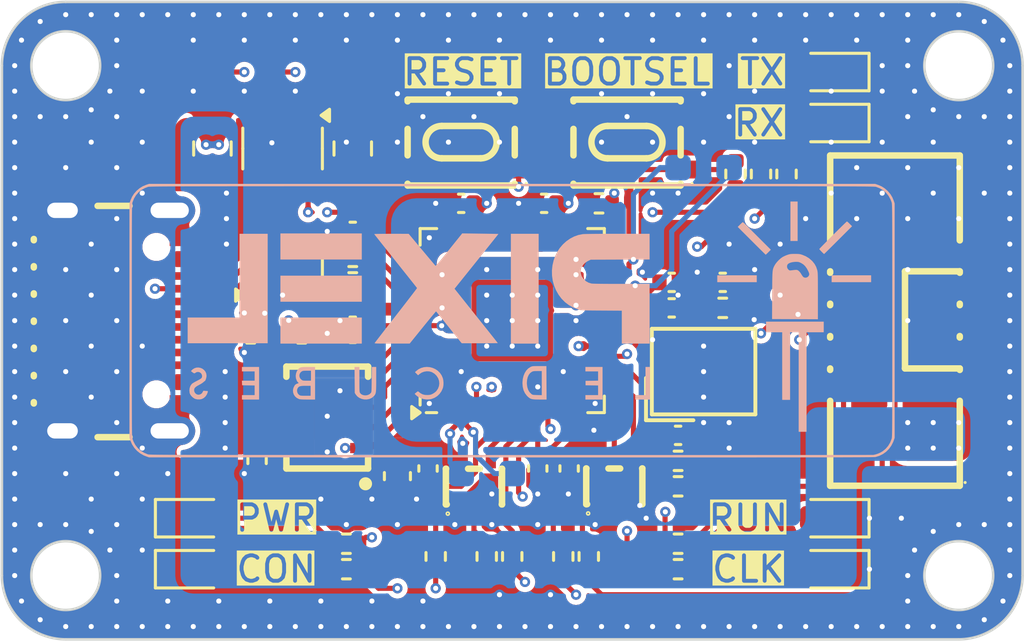
<source format=kicad_pcb>
(kicad_pcb (version 20240108) (generator "pcbnew") (generator_version "8.0")
  (title_block (title "RP2040-DebugProbe-0010") (date "2023-12-07") (rev "1.0") (company "(c) 2023 Andriy Golovnya") (comment 1 "RP2040 based Debug Probe") (comment 2 "Designed in Germany"))
  (layers (0 "F.Cu" signal) (1 "In1.Cu" power) (2 "In2.Cu" power) (31 "B.Cu" signal) (34 "B.Paste" user) (35 "F.Paste" user) (36 "B.SilkS" user "B.Silkscreen") (37 "F.SilkS" user "F.Silkscreen") (38 "B.Mask" user) (39 "F.Mask" user) (44 "Edge.Cuts" user))
  (net 0 "")
  (net 1 "+3V3")
  (net 2 "GND")
  (net 3 "+1V1")
  (net 4 "Net-(D2-A)")
  (net 5 "+5V")
  (net 6 "TARGET_TX")
  (net 7 "TARGET_RX")
  (net 8 "TARGET_CLK")
  (net 9 "TARGET_DIO")
  (net 10 "TARGET_RESET")
  (net 11 "LED_RX")
  (net 12 "LED_TX")
  (net 13 "LED_ACT")
  (net 14 "LED_CON")
  (net 15 "LED_RUN")
  (net 16 "Net-(U3-A)")
  (net 17 "UART_RX")
  (net 18 "UART_TX")
  (net 19 "DBG_DIO")
  (net 20 "DBG_CLK")
  (net 22 "UART_RX_BUF")
  (net 25 "DBG_DIO_BUF")
  (net 39 "DBG_RESET")
  (net 41 "/XIN")
  (net 42 "/XOUT")
  (net 43 "USBC_DP")
  (net 44 "USBC_DN")
  (net 45 "/QSPI_SS")
  (net 46 "/QSPI_SD2")
  (net 47 "/QSPI_SD3")
  (net 48 "/QSPI_SD0")
  (net 49 "/QSPI_SD1")
  (net 50 "/QSPI_CLK")
  (net 51 "/CC2")
  (net 52 "/CC1")
  (net 53 "/USB_DP")
  (net 54 "/USB_DN")
  (net 57 "/ROUT")
  (net 58 "/RESET")
  (net 59 "/RLED_RX")
  (net 60 "/RLED_TX")
  (net 61 "/RLED_ACT")
  (net 62 "/RLED_CON")
  (net 63 "/RLED_RUN")
  (net 64 "/BOOTSEL")
  (net 65 "/HOST_UART_TX")
  (net 66 "/HOST_UART_RX")
  (net 67 "/HOST_SWDIO_TX")
  (net 68 "/HOST_SWCLK_RX")
  (net 69 "Net-(U6-A)")
  (footprint "Resistor_SMD:R_0402_1005Metric" (layer "F.Cu") (at 140 116.75 90)
    (property "Reference" "R14" (hide yes))
    (property "Value" "100R" (hide yes))
  )
  (footprint "JLCPCB:TSSOP-5_L2.1-W1.3-P0.65-LS2.2-BR" (layer "F.Cu") (at 144 114 -90)
    (property "Reference" "U6" (hide yes))
    (property "Value" "74AUP1T17GWH" (hide yes))
  )
  (footprint "Resistor_SMD:R_0402_1005Metric" (layer "F.Cu") (at 133.75 106 180)
    (property "Reference" "R24" (hide yes))
    (property "Value" "27R" (hide yes))
  )
  (footprint "Capacitor_SMD:C_0402_1005Metric" (layer "F.Cu") (at 141 113.3 -90)
    (property "Reference" "C10" (hide yes))
    (property "Value" "100nF" (hide yes))
  )
  (footprint "JLCPCB:SW-SMD_4P-L4.2-W3.3-P2.15-LS5.1" (layer "F.Cu") (at 144.5 100.5 180)
    (property "Reference" "U5" (hide yes))
    (property "Value" "TS-1089S-02526" (hide yes))
  )
  (footprint "Capacitor_SMD:C_0402_1005Metric" (layer "F.Cu") (at 146.5 112)
    (property "Reference" "C19" (hide yes))
    (property "Value" "15pF" (hide yes))
  )
  (footprint "Capacitor_SMD:C_0402_1005Metric" (layer "F.Cu") (at 148.25 106 180)
    (property "Reference" "C20" (hide yes))
    (property "Value" "15pF" (hide yes))
  )
  (footprint "Resistor_SMD:R_0402_1005Metric" (layer "F.Cu") (at 143 116.75 90)
    (property "Reference" "R17" (hide yes))
    (property "Value" "100R" (hide yes))
  )
  (footprint "Capacitor_SMD:C_0402_1005Metric" (layer "F.Cu") (at 142.23 113.3 -90)
    (property "Reference" "C6" (hide yes))
    (property "Value" "100nF" (hide yes))
  )
  (footprint "Resistor_SMD:R_0402_1005Metric" (layer "F.Cu") (at 142 116.75 90)
    (property "Reference" "R18" (hide yes))
    (property "Value" "100R" (hide yes))
  )
  (footprint "Capacitor_SMD:C_0402_1005Metric" (layer "F.Cu") (at 133.75 108 180)
    (property "Reference" "C9" (hide yes))
    (property "Value" "100nF" (hide yes))
  )
  (footprint "JLCPCB:TestPoint_Pad_1.0x1.0mm" (layer "F.Cu") (at 130.5 97.75)
    (property "Reference" "TP13" (hide yes))
    (property "Value" "TestPoint" (hide yes))
  )
  (footprint "LED_SMD:LED_0603_1608Metric" (layer "F.Cu") (at 127.5 115.25)
    (property "Reference" "D2" (hide yes))
    (property "Value" "RED" (hide yes))
  )
  (footprint "Package_TO_SOT_SMD:SOT-23-5" (layer "F.Cu") (at 131 100.75 -90)
    (property "Reference" "U1" (hide yes))
    (property "Value" "AP2112K-3.3" (hide yes))
  )
  (footprint "Resistor_SMD:R_0402_1005Metric" (layer "F.Cu") (at 129.75 108)
    (property "Reference" "R11" (hide yes))
    (property "Value" "5k1" (hide yes))
  )
  (footprint "Capacitor_SMD:C_0402_1005Metric" (layer "F.Cu") (at 133.75 104 180)
    (property "Reference" "C7" (hide yes))
    (property "Value" "100nF" (hide yes))
  )
  (footprint "Resistor_SMD:R_0402_1005Metric" (layer "F.Cu") (at 148.75 101.75 90)
    (property "Reference" "R7" (hide yes))
    (property "Value" "1k" (hide yes))
  )
  (footprint "Capacitor_SMD:C_0402_1005Metric" (layer "F.Cu") (at 146.25 106)
    (property "Reference" "C18" (hide yes))
    (property "Value" "100nF" (hide yes))
  )
  (footprint "Capacitor_SMD:C_0402_1005Metric" (layer "F.Cu") (at 138 102.9)
    (property "Reference" "C4" (hide yes))
    (property "Value" "100nF" (hide yes))
  )
  (footprint "Package_DFN_QFN:QFN-56-1EP_7x7mm_P0.4mm_EP3.2x3.2mm" (layer "F.Cu") (at 140 107.5 90)
    (property "Reference" "U2" (hide yes))
    (property "Value" "RP2040" (hide yes))
  )
  (footprint "JLCPCB:TestPoint_Pad_1.0x1.0mm" (layer "F.Cu") (at 128.5 97.75)
    (property "Reference" "TP5" (hide yes))
    (property "Value" "TestPoint" (hide yes))
  )
  (footprint "Resistor_SMD:R_0402_1005Metric" (layer "F.Cu") (at 133.5 117.25 180)
    (property "Reference" "R3" (hide yes))
    (property "Value" "1k" (hide yes))
  )
  (footprint "Capacitor_SMD:C_0402_1005Metric" (layer "F.Cu") (at 130 113 -90)
    (property "Reference" "C8" (hide yes))
    (property "Value" "100nF" (hide yes))
  )
  (footprint "Capacitor_SMD:C_0603_1608Metric" (layer "F.Cu") (at 135.5 113.6 -90)
    (property "Reference" "C16" (hide yes))
    (property "Value" "2.2uF" (hide yes))
  )
  (footprint "Resistor_SMD:R_0402_1005Metric" (layer "F.Cu") (at 139 116.75 90)
    (property "Reference" "R9" (hide yes))
    (property "Value" "100R" (hide yes))
  )
  (footprint "Resistor_SMD:R_0402_1005Metric" (layer "F.Cu") (at 148.25 107)
    (property "Reference" "R12" (hide yes))
    (property "Value" "1K" (hide yes))
  )
  (footprint "Resistor_SMD:R_0402_1005Metric" (layer "F.Cu") (at 146.5 117.25)
    (property "Reference" "R4" (hide yes))
    (property "Value" "1k" (hide yes))
  )
  (footprint "LED_SMD:LED_0603_1608Metric" (layer "F.Cu") (at 152.5 115.25 180)
    (property "Reference" "D7" (hide yes))
    (property "Value" "YELLOW" (hide yes))
  )
  (footprint "Capacitor_SMD:C_0805_2012Metric" (layer "F.Cu") (at 133.75 100.75 90)
    (property "Reference" "C14" (hide yes))
    (property "Value" "22uF" (hide yes))
  )
  (footprint "Resistor_SMD:R_0402_1005Metric" (layer "F.Cu") (at 143.4 102.9)
    (property "Reference" "R19" (hide yes))
    (property "Value" "10k" (hide yes))
  )
  (footprint "LED_SMD:LED_0603_1608Metric" (layer "F.Cu") (at 152.5 97.75 180)
    (property "Reference" "D4" (hide yes))
    (property "Value" "YELLOW" (hide yes))
  )
  (footprint "JLCPCB:TestPoint_Pad_1.0x1.0mm" (layer "F.Cu") (at 126.5 97.75)
    (property "Reference" "TP4" (hide yes))
    (property "Value" "TestPoint" (hide yes))
  )
  (footprint "Resistor_SMD:R_0402_1005Metric" (layer "F.Cu") (at 137 116.75 90)
    (property "Reference" "R15" (hide yes))
    (property "Value" "100R" (hide yes))
  )
  (footprint "Package_TO_SOT_SMD:SOT-143" (layer "F.Cu") (at 131 105.5 90)
    (property "Reference" "D3" (hide yes))
    (property "Value" "PRTR5V0U2X" (hide yes))
  )
  (footprint "JLCPCB:IDC-SMD_10P-P1.27-3220-10-0300-00" (layer "F.Cu") (at 155 107.5 90)
    (property "Reference" "U7" (hide yes))
    (property "Value" "HX_JN1_27-2X5_TP_H4_9" (hide yes))
  )
  (footprint "Capacitor_SMD:C_0402_1005Metric" (layer "F.Cu") (at 146.25 107)
    (property "Reference" "C11" (hide yes))
    (property "Value" "100nF" (hide yes))
  )
  (footprint "Resistor_SMD:R_0402_1005Metric" (layer "F.Cu") (at 146.5 116.25)
    (property "Reference" "R5" (hide yes))
    (property "Value" "1k" (hide yes))
  )
  (footprint "Resistor_SMD:R_0402_1005Metric" (layer "F.Cu") (at 131.75 108)
    (property "Reference" "R10" (hide yes))
    (property "Value" "5k1" (hide yes))
  )
  (footprint "Capacitor_SMD:C_0402_1005Metric" (layer "F.Cu") (at 136.7 113.3 -90)
    (property "Reference" "C17" (hide yes))
    (property "Value" "100nF" (hide yes))
  )
  (footprint "Resistor_SMD:R_0402_1005Metric" (layer "F.Cu") (at 150.75 101.75 90)
    (property "Reference" "R1" (hide yes))
    (property "Value" "1k" (hide yes))
  )
  (footprint "JLCPCB:TSSOP-5_L2.1-W1.3-P0.65-LS2.2-BR" (layer "F.Cu") (at 138.5 114.009398 -90)
    (property "Reference" "U3" (hide yes))
    (property "Value" "74AUP1T17GWH" (hide yes))
  )
  (footprint "JLCPCB:TestPoint_Pad_1.0x1.0mm" (layer "F.Cu") (at 134.5 97.75)
    (property "Reference" "TP6" (hide yes))
    (property "Value" "TestPoint" (hide yes))
  )
  (footprint "JLCPCB:USB-C-SMD_TYPE-C-6PIN-2MD-073" (layer "F.Cu") (at 124.75 107.499936 -90)
    (property "Reference" "J10" (hide yes))
    (property "Value" "CONN_USB" (hide yes))
  )
  (footprint "LED_SMD:LED_0603_1608Metric" (layer "F.Cu") (at 127.5 117.25)
    (property "Reference" "D5" (hide yes))
    (property "Value" "RED" (hide yes))
  )
  (footprint "Resistor_SMD:R_0402_1005Metric" (layer "F.Cu") (at 146.5 114 180)
    (property "Reference" "R13" (hide yes))
    (property "Value" "100R" (hide yes))
  )
  (footprint "LED_SMD:LED_0603_1608Metric" (layer "F.Cu") (at 152.5 117.25 180)
    (property "Reference" "D6" (hide yes))
    (property "Value" "GREEN" (hide yes))
  )
  (footprint "JLCPCB:CRYSTAL-SMD_4P-L3.2-W2.5-BL" (layer "F.Cu") (at 147.5 109.5)
    (property "Reference" "Y1" (hide yes))
    (property "Value" "12MHz" (hide yes))
  )
  (footprint "Resistor_SMD:R_0402_1005Metric" (layer "F.Cu") (at 133.5 116.25 180)
    (property "Reference" "R6" (hide yes))
    (property "Value" "1k" (hide yes))
  )
  (footprint "Capacitor_SMD:C_0402_1005Metric" (layer "F.Cu") (at 133.75 107 180)
    (property "Reference" "C2" (hide yes))
    (property "Value" "100nF" (hide yes))
  )
  (footprint "Resistor_SMD:R_0402_1005Metric" (layer "F.Cu") (at 149.75 101.75 90)
    (property "Reference" "R2" (hide yes))
    (property "Value" "1k" (hide yes))
  )
  (footprint "Capacitor_SMD:C_0402_1005Metric" (layer "F.Cu") (at 141.25 102.9)
    (property "Reference" "C3" (hide yes))
    (property "Value" "100nF" (hide yes))
  )
  (footprint "JLCPCB:USON-8_L4.0-W3.0-P0.80-BL_WINBOND_UU" (layer "F.Cu") (at 132.75 111.3 90)
    (property "Reference" "U4" (hide yes))
    (property "Value" "W25Q64JVEIQ" (hide yes))
  )
  (footprint "JLCPCB:SW-SMD_4P-L4.2-W3.3-P2.15-LS5.1" (layer "F.Cu") (at 138 100.5 180)
    (property "Reference" "U8" (hide yes))
    (property "Value" "TS-1089S-02526" (hide yes))
  )
  (footprint "LED_SMD:LED_0603_1608Metric" (layer "F.Cu") (at 152.5 99.75 180)
    (property "Reference" "D1" (hide yes))
    (property "Value" "GREEN" (hide yes))
  )
  (footprint "JLCPCB:TestPoint_Pad_1.0x1.0mm" (layer "F.Cu") (at 132.5 97.75)
    (property "Reference" "TP7" (hide yes))
    (property "Value" "TestPoint" (hide yes))
  )
  (footprint "Resistor_SMD:R_0402_1005Metric" (layer "F.Cu") (at 133.75 105 180)
    (property "Reference" "R25" (hide yes))
    (property "Value" "27R" (hide yes))
  )
  (footprint "Capacitor_SMD:C_0805_2012Metric" (layer "F.Cu") (at 128.25 100.75 90)
    (property "Reference" "C15" (hide yes))
    (property "Value" "22uF" (hide yes))
  )
  (footprint "Resistor_SMD:R_0402_1005Metric" (layer "F.Cu") (at 146.5 113 180)
    (property "Reference" "R16" (hide yes))
    (property "Value" "100R" (hide yes))
  )
  (footprint "JLCPCB:TestPoint_Pad_1.0x1.0mm" (layer "B.Cu") (at 140 113.5 180)
    (property "Reference" "TP9" (hide yes))
    (property "Value" "TestPoint" (hide yes))
  )
  (footprint "Pixel:Logo - 30mm" (layer "B.Cu") (at 140 107.5 180)
    (property "Reference" "G***" (hide yes))
    (property "Value" "LOGO" (hide yes))
  )
  (footprint "JLCPCB:TestPoint_Pad_1.0x1.0mm" (layer "B.Cu") (at 148.5 101.5 180)
    (property "Reference" "TP11" (hide yes))
    (property "Value" "TestPoint" (hide yes))
  )
  (footprint "JLCPCB:TestPoint_Pad_1.0x1.0mm" (layer "B.Cu") (at 146.5 101.5 180)
    (property "Reference" "TP10" (hide yes))
    (property "Value" "TestPoint" (hide yes))
  )
  (footprint "JLCPCB:TestPoint_Pad_1.0x1.0mm" (layer "B.Cu") (at 138 113.5)
    (property "Reference" "TP8" (hide yes))
    (property "Value" "TestPoint" (hide yes))
  )
  (gr_circle (center 122.5 97.5) (end 122.5 98.85) (stroke (width 0.1)) (fill none) (layer "Edge.Cuts"))
  (gr_circle (center 157.5 97.5) (end 156.15 97.5) (stroke (width 0.1)) (fill none) (layer "Edge.Cuts"))
  (gr_line (start 157.5 94.999999) (end 122.5 94.999999) (stroke (width 0.1)) (layer "Edge.Cuts"))
  (gr_circle (center 157.5 117.5) (end 157.5 116.15) (stroke (width 0.1)) (fill none) (layer "Edge.Cuts"))
  (gr_arc (start 122.499999 120) (mid 120.732233 119.267767) (end 120 117.500001) (stroke (width 0.1)) (layer "Edge.Cuts"))
  (gr_line (start 160 117.5) (end 160 97.5) (stroke (width 0.1)) (layer "Edge.Cuts"))
  (gr_arc (start 160 117.500001) (mid 159.267767 119.267767) (end 157.500001 120) (stroke (width 0.1)) (layer "Edge.Cuts"))
  (gr_arc (start 120 97.499999) (mid 120.732233 95.732233) (end 122.499999 95) (stroke (width 0.1)) (layer "Edge.Cuts"))
  (gr_line (start 122.5 120.000319) (end 157.5 120.000319) (stroke (width 0.1)) (layer "Edge.Cuts"))
  (gr_circle (center 122.5 117.5) (end 123.85 117.5) (stroke (width 0.1)) (fill none) (layer "Edge.Cuts"))
  (gr_line (start 120 97.5) (end 120 117.5) (stroke (width 0.1)) (layer "Edge.Cuts"))
  (gr_arc (start 157.500001 95) (mid 159.267767 95.732233) (end 160 97.499999) (stroke (width 0.1)) (layer "Edge.Cuts"))
  (gr_text "PWR" (at 130.75 115.25 0) (layer "F.SilkS" knockout) (effects (font (size 1 1) (thickness 0.153))))
  (gr_text "RX" (at 150.75 99.75 0) (layer "F.SilkS" knockout) (effects (font (size 1 1) (thickness 0.153)) (justify right)))
  (gr_text "RESET" (at 138 97.75 0) (layer "F.SilkS" knockout) (effects (font (size 1 1) (thickness 0.153))))
  (gr_text "BOOTSEL" (at 144.5 97.75 0) (layer "F.SilkS" knockout) (effects (font (size 1 1) (thickness 0.153))))
  (gr_text "CON" (at 130.75 117.25 0) (layer "F.SilkS" knockout) (effects (font (size 1 1) (thickness 0.153))))
  (gr_text "CLK" (at 149.25 117.25 0) (layer "F.SilkS" knockout) (effects (font (size 1 1) (thickness 0.153))))
  (gr_text "TX" (at 150.75 97.75 0) (layer "F.SilkS" knockout) (effects (font (size 1 1) (thickness 0.153)) (justify right)))
  (gr_text "RUN" (at 149.25 115.25 0) (layer "F.SilkS" knockout) (effects (font (size 1 1) (thickness 0.153))))
  (segment (start 137.2 107.05) (end 137.25 107) (width 0.5) (layer "F.Cu") (net 1))
  (segment (start 129.5 97.75) (end 128.5 97.75) (width 0.2) (layer "F.Cu") (net 1))
  (segment (start 140.25 102.9) (end 140.77 102.9) (width 0.2) (layer "F.Cu") (net 1))
  (segment (start 132 101.9375) (end 131.95 101.8875) (width 0.2) (layer "F.Cu") (net 1))
  (segment (start 131.450025 112.499898) (end 130.020102 112.499898) (width 0.5) (layer "F.Cu") (net 1))
  (segment (start 141 110.9375) (end 141 112.82) (width 0.2) (layer "F.Cu") (net 1))
  (segment (start 130.020102 112.499898) (end 130 112.52) (width 0.5) (layer "F.Cu") (net 1))
  (segment (start 134.26 116) (end 134.01 116.25) (width 0.2) (layer "F.Cu") (net 1))
  (segment (start 132 103.25) (end 132 101.9375) (width 0.2) (layer "F.Cu") (net 1))
  (segment (start 134.23 107) (end 134.28 107.05) (width 0.5) (layer "F.Cu") (net 1))
  (segment (start 134.5 116) (end 134.26 116) (width 0.2) (layer "F.Cu") (net 1))
  (segment (start 134.28 107.05) (end 137.2 107.05) (width 0.5) (layer "F.Cu") (net 1))
  (via (at 141 110.1) (size 0.4) (drill 0.2) (layers "F.Cu" "B.Cu") (net 1))
  (via (at 137.25 107) (size 0.4) (drill 0.2) (layers "F.Cu" "B.Cu") (net 1))
  (via (at 142.5 107.5) (size 0.4) (drill 0.2) (layers "F.Cu" "B.Cu") (net 1))
  (via (at 142 109.5) (size 0.4) (drill 0.2) (layers "F.Cu" "B.Cu") (net 1))
  (via (at 134.5 116) (size 0.4) (drill 0.2) (layers "F.Cu" "B.Cu") (net 1))
  (via (at 136.75 110.75) (size 0.4) (drill 0.2) (layers "F.Cu" "B.Cu") (net 1))
  (via (at 138 109.5) (size 0.4) (drill 0.2) (layers "F.Cu" "B.Cu") (net 1))
  (via (at 129.5 97.75) (size 0.4) (drill 0.2) (layers "F.Cu" "B.Cu") (net 1))
  (via (at 143.2 111.8) (size 0.4) (drill 0.2) (layers "F.Cu" "B.Cu") (net 1))
  (via (at 143.25 110.75) (size 0.4) (drill 0.2) (layers "F.Cu" "B.Cu") (net 1))
  (via (at 132 103.25) (size 0.4) (drill 0.2) (layers "F.Cu" "B.Cu") (net 1))
  (via (at 137 102.9) (size 0.4) (drill 0.2) (layers "F.Cu" "B.Cu") (net 1))
  (via (at 140.25 102.9) (size 0.4) (drill 0.2) (layers "F.Cu" "B.Cu") (net 1))
  (via (at 136.75 104.25) (size 0.4) (drill 0.2) (layers "F.Cu" "B.Cu") (net 1))
  (segment (start 129.51 108.75) (end 130.26 108) (width 0.2) (layer "F.Cu") (net 2))
  (segment (start 139 102.9) (end 138.48 102.9) (width 0.2) (layer "F.Cu") (net 2))
  (segment (start 143.437499 108.500001) (end 143.4375 108.5) (width 0.2) (layer "F.Cu") (net 2))
  (segment (start 142.2 102.9) (end 141.73 102.9) (width 0.2) (layer "F.Cu") (net 2))
  (segment (start 142.6 108.500001) (end 143.437499 108.500001) (width 0.2) (layer "F.Cu") (net 2))
  (segment (start 132.75 104) (end 133.27 104) (width 0.2) (layer "F.Cu") (net 2))
  (segment (start 129.5 108.75) (end 129.51 108.75) (width 0.2) (layer "F.Cu") (net 2))
  (via (at 149.5 95.5) (size 0.4) (drill 0.2) (layers "F.Cu" "B.Cu") (net 2))
  (via (at 120.767949 96.5) (size 0.4) (drill 0.2) (layers "F.Cu" "B.Cu") (net 2))
  (via (at 157.5 95.5) (size 0.4) (drill 0.2) (layers "F.Cu" "B.Cu") (net 2))
  (via (at 129.5 119.5) (size 0.4) (drill 0.2) (layers "F.Cu" "B.Cu") (net 2))
  (via (at 125.5 119.5) (size 0.4) (drill 0.2) (layers "F.Cu" "B.Cu") (net 2))
  (via (at 159.5 108.5) (size 0.4) (drill 0.2) (layers "F.Cu" "B.Cu") (net 2))
  (via (at 146.5 106.5) (size 0.4) (drill 0.2) (layers "F.Cu" "B.Cu") (net 2))
  (via (at 155.5 96.5) (size 0.4) (drill 0.2) (layers "F.Cu" "B.Cu") (net 2))
  (via (at 124.5 99.5) (size 0.4) (drill 0.2) (layers "F.Cu" "B.Cu") (net 2))
  (via (at 149.481671 107.463341) (size 0.4) (drill 0.2) (layers "F.Cu" "B.Cu") (net 2))
  (via (at 125.5 112.5) (size 0.4) (drill 0.2) (layers "F.Cu" "B.Cu") (net 2))
  (via (at 145.5 102.5) (size 0.4) (drill 0.2) (layers "F.Cu" "B.Cu") (net 2))
  (via (at 138.5 99.5) (size 0.4) (drill 0.2) (layers "F.Cu" "B.Cu") (net 2))
  (via (at 130.5 119.5) (size 0.4) (drill 0.2) (layers "F.Cu" "B.Cu") (net 2))
  (via (at 145.5 119.5) (size 0.4) (drill 0.2) (layers "F.Cu" "B.Cu") (net 2))
  (via (at 153.5 96.5) (size 0.4) (drill 0.2) (layers "F.Cu" "B.Cu") (net 2))
  (via (at 132.5 95.5) (size 0.4) (drill 0.2) (layers "F.Cu" "B.Cu") (net 2))
  (via (at 133.5 95.5) (size 0.4) (drill 0.2) (layers "F.Cu" "B.Cu") (net 2))
  (via (at 158.5 119.232051) (size 0.4) (drill 0.2) (layers "F.Cu" "B.Cu") (net 2))
  (via (at 149.5 119.5) (size 0.4) (drill 0.2) (layers "F.Cu" "B.Cu") (net 2))
  (via (at 133.25 110.25) (size 0.4) (drill 0.2) (layers "F.Cu" "B.Cu") (net 2))
  (via (at 121.5 95.767949) (size 0.4) (drill 0.2) (layers "F.Cu" "B.Cu") (net 2))
  (via (at 156.5 100.5) (size 0.4) (drill 0.2) (layers "F.Cu" "B.Cu") (net 2))
  (via (at 134.5 95.5) (size 0.4) (drill 0.2) (layers "F.Cu" "B.Cu") (net 2))
  (via (at 151.5 96.5) (size 0.4) (drill 0.2) (layers "F.Cu" "B.Cu") (net 2))
  (via (at 134.5 114.5) (size 0.4) (drill 0.2) (layers "F.Cu" "B.Cu") (net 2))
  (via (at 124.5 109.5) (size 0.4) (drill 0.2) (layers "F.Cu" "B.Cu") (net 2))
  (via (at 155.5 107.5) (size 0.4) (drill 0.2) (layers "F.Cu" "B.Cu") (net 2))
  (via (at 148.5 97.5) (size 0.4) (drill 0.2) (layers "F.Cu" "B.Cu") (net 2))
  (via (at 159.5 97.5) (size 0.4) (drill 0.2) (layers "F.Cu" "B.Cu") (net 2))
  (via (at 121.5 119.232051) (size 0.4) (drill 0.2) (layers "F.Cu" "B.Cu") (net 2))
  (via (at 126.5 119.5) (size 0.4) (drill 0.2) (layers "F.Cu" "B.Cu") (net 2))
  (via (at 159.232051 96.5) (size 0.4) (drill 0.2) (layers "F.Cu" "B.Cu") (net 2))
  (via (at 124.5 113.5) (size 0.4) (drill 0.2) (layers "F.Cu" "B.Cu") (net 2))
  (via (at 134.5 118.5) (size 0.4) (drill 0.2) (layers "F.Cu" "B.Cu") (net 2))
  (via (at 147.5 109.5) (size 0.4) (drill 0.2) (layers "F.Cu" "B.Cu") (net 2))
  (via (at 148.5 95.5) (size 0.4) (drill 0.2) (layers "F.Cu" "B.Cu") (net 2))
  (via (at 139.2 114.3) (size 0.4) (drill 0.2) (layers "F.Cu" "B.Cu") (net 2))
  (via (at 141 107.5) (size 0.4) (drill 0.2) (layers "F.Cu" "B.Cu") (net 2))
  (via (at 155.5 95.5) (size 0.4) (drill 0.2) (layers "F.Cu" "B.Cu") (net 2))
  (via (at 152.5 98.5) (size 0.4) (drill 0.2) (layers "F.Cu" "B.Cu") (net 2))
  (via (at 131.5 119.5) (size 0.4) (drill 0.2) (layers "F.Cu" "B.Cu") (net 2))
  (via (at 155.5 99.5) (size 0.4) (drill 0.2) (layers "F.Cu" "B.Cu") (net 2))
  (via (at 120.5 103.5) (size 0.4) (drill 0.2) (layers "F.Cu" "B.Cu") (net 2))
  (via (at 159.5 101.5) (size 0.4) (drill 0.2) (layers "F.Cu" "B.Cu") (net 2))
  (via (at 120.5 97.5) (size 0.4) (drill 0.2) (layers "F.Cu" "B.Cu") (net 2))
  (via (at 147.5 110.5) (size 0.4) (drill 0.2) (layers "F.Cu" "B.Cu") (net 2))
  (via (at 135.5 100.5) (size 0.4) (drill 0.2) (layers "F.Cu" "B.Cu") (net 2))
  (via (at 123.5 99.232051) (size 0.4) (drill 0.2) (layers "F.Cu" "B.Cu") (net 2))
  (via (at 143.25 115.5) (size 0.4) (drill 0.2) (layers "F.Cu" "B.Cu") (net 2))
  (via (at 130.5 95.5) (size 0.4) (drill 0.2) (layers "F.Cu" "B.Cu") (net 2))
  (via (at 158.5 99.5) (size 0.4) (drill 0.2) (layers "F.Cu" "B.Cu") (net 2))
  (via (at 144.5 99.5) (size 0.4) (drill 0.2) (layers "F.Cu" "B.Cu") (net 2))
  (via (at 154 115.25) (size 0.4) (drill 0.2) (layers "F.Cu" "B.Cu") (net 2))
  (via (at 139.5 98.6) (size 0.4) (drill 0.2) (layers "F.Cu" "B.Cu") (net 2))
  (via (at 150.5 95.5) (size 0.4) (drill 0.2) (layers "F.Cu" "B.Cu") (net 2))
  (via (at 123.5 115.767949) (size 0.4) (drill 0.2) (layers "F.Cu" "B.Cu") (net 2))
  (via (at 147.5 95.5) (size 0.4) (drill 0.2) (layers "F.Cu" "B.Cu") (net 2))
  (via (at 156.5 119.5) (size 0.4) (drill 0.2) (layers "F.Cu" "B.Cu") (net 2))
  (via (at 159.5 109.5) (size 0.4) (drill 0.2) (layers "F.Cu" "B.Cu") (net 2))
  (via (at 120.5 99.5) (size 0.4) (drill 0.2) (layers "F.Cu" "B.Cu") (net 2))
  (via (at 139.195897 110.1) (size 0.4) (drill 0.2) (layers "F.Cu" "B.Cu") (net 2))
  (via (at 120.5 113.5) (size 0.4) (drill 0.2) (layers "F.Cu" "B.Cu") (net 2))
  (via (at 124.5 95.5) (size 0.4) (drill 0.2) (layers "F.Cu" "B.Cu") (net 2))
  (via (at 142.5 105.7) (size 0.4) (drill 0.2) (layers "F.Cu" "B.Cu") (net 2))
  (via (at 145.5 98.6) (size 0.4) (drill 0.2) (layers "F.Cu" "B.Cu") (net 2))
  (via (at 152.5 100.5) (size 0.4) (drill 0.2) (layers "F.Cu" "B.Cu") (net 2))
  (via (at 159.5 102.5) (size 0.4) (drill 0.2) (layers "F.Cu" "B.Cu") (net 2))
  (via (at 124.232051 116.5) (size 0.4) (drill 0.2) (layers "F.Cu" "B.Cu") (net 2))
  (via (at 122.5 109.5) (size 0.4) (drill 0.2) (layers "F.Cu" "B.Cu") (net 2))
  (via (at 159.5 111.5) (size 0.4) (drill 0.2) (layers "F.Cu" "B.Cu") (net 2))
  (via (at 145 114.75) (size 0.4) (drill 0.2) (layers "F.Cu" "B.Cu") (net 2))
  (via (at 130.58039 100.526201) (size 0.4) (drill 0.2) (layers "F.Cu" "B.Cu") (net 2))
  (via (at 129.5 107.2) (size 0.4) (drill 0.2) (layers "F.Cu" "B.Cu") (net 2))
  (via (at 152.5 95.5) (size 0.4) (drill 0.2) (layers "F.Cu" "B.Cu") (net 2))
  (via (at 120.5 116.5) (size 0.4) (drill 0.2) (layers "F.Cu" "B.Cu") (net 2))
  (via (at 151.5 119.5) (size 0.4) (drill 0.2) (layers "F.Cu" "B.Cu") (net 2))
  (via (at 121.5 99.5) (size 0.4) (drill 0.2) (layers "F.Cu" "B.Cu") (net 2))
  (via (at 136.5 99.5) (size 0.4) (drill 0.2) (layers "F.Cu" "B.Cu") (net 2))
  (via (at 139.2 115.5) (size 0.4) (drill 0.2) (layers "F.Cu" "B.Cu") (net 2))
  (via (at 152.5 102.5) (size 0.4) (drill 0.2) (layers "F.Cu" "B.Cu") (net 2))
  (via (at 146.5 119.5) (size 0.4) (drill 0.2) (layers "F.Cu" "B.Cu") (net 2))
  (via (at 132.5 118.5) (size 0.4) (drill 0.2) (layers "F.Cu" "B.Cu") (net 2))
  (via (at 122.5 113.5) (size 0.4) (drill 0.2) (layers "F.Cu" "B.Cu") (net 2))
  (via (at 145.5 100.5) (size 0.4) (drill 0.2) (layers "F.Cu" "B.Cu") (net 2))
  (via (at 120.5 104.5) (size 0.4) (drill 0.2) (layers "F.Cu" "B.Cu") (net 2))
  (via (at 120.5 109.5) (size 0.4) (drill 0.2) (layers "F.Cu" "B.Cu") (net 2))
  (via (at 148.5 111.5) (size 0.4) (drill 0.2) (layers "F.Cu" "B.Cu") (net 2))
  (via (at 129.5 98.5) (size 0.4) (drill 0.2) (layers "F.Cu" "B.Cu") (net 2))
  (via (at 140 108.5) (size 0.4) (drill 0.2) (layers "F.Cu" "B.Cu") (net 2))
  (via (at 159.5 117.5) (size 0.4) (drill 0.2) (layers "F.Cu" "B.Cu") (net 2))
  (via (at 142.2 114.3) (size 0.4) (drill 0.2) (layers "F.Cu" "B.Cu") (net 2))
  (via (at 155.5 118.5) (size 0.4) (drill 0.2) (layers "F.Cu" "B.Cu") (net 2))
  (via (at 125.5 98.5) (size 0.4) (drill 0.2) (layers "F.Cu" "B.Cu") (net 2))
  (via (at 125.5 114.5) (size 0.4) (drill 0.2) (layers "F.Cu" "B.Cu") (net 2))
  (via (at 139 107.5) (size 0.4) (drill 0.2) (layers "F.Cu" "B.Cu") (net 2))
  (via (at 131.5 98.5) (size 0.4) (drill 0.2) (layers "F.Cu" "B.Cu") (net 2))
  (via (at 143.5 96.5) (size 0.4) (drill 0.2) (layers "F.Cu" "B.Cu") (net 2))
  (via (at 125.5 116.5) (size 0.4) (drill 0.2) (layers "F.Cu" "B.Cu") (net 2))
  (via (at 123.5 106.5) (size 0.4) (drill 0.2) (layers "F.Cu" "B.Cu") (net 2))
  (via (at 133.5 96.5) (size 0.4) (drill 0.2) (layers "F.Cu" "B.Cu") (net 2))
  (via (at 124.5 105.5) (size 0.4) (drill 0.2) (layers "F.Cu" "B.Cu") (net 2))
  (via (at 153.5 95.5) (size 0.4) (drill 0.2) (layers "F.Cu" "B.Cu") (net 2))
  (via (at 136.5 118.5) (size 0.4) (drill 0.2) (layers "F.Cu" "B.Cu") (net 2))
  (via (at 133.5 115.5) (size 0.4) (drill 0.2) (layers "F.Cu" "B.Cu") (net 2))
  (via (at 132.75 111.25) (size 0.4) (drill 0.2) (layers "F.Cu" "B.Cu") (net 2))
  (via (at 142.5 119.5) (size 0.4) (drill 0.2) (layers "F.Cu" "B.Cu") (net 2))
  (via (at 137.5 95.5) (size 0.4) (drill 0.2) (layers "F.Cu" "B.Cu") (net 2))
  (via (at 151.5 103.5) (size 0.4) (drill 0.2) (layers "F.Cu" "B.Cu") (net 2))
  (via (at 147.25 105.6) (size 0.4) (drill 0.2) (layers "F.Cu" "B.Cu") (net 2))
  (via (at 120.767949 118.5) (size 0.4) (drill 0.2) (layers "F.Cu" "B.Cu") (net 2))
  (via (at 142.6 108.500001) (size 0.4) (drill 0.2) (layers "F.Cu" "B.Cu") (net 2))
  (via (at 143.5 95.5) (size 0.4) (drill 0.2) (layers "F.Cu" "B.Cu") (net 2))
  (via (at 137.5 100.5) (size 0.4) (drill 0.2) (layers "F.Cu" "B.Cu") (net 2))
  (via (at 144.5 95.5) (size 0.4) (drill 0.2) (layers "F.Cu" "B.Cu") (net 2))
  (via (at 122.5 115.5) (size 0.4) (drill 0.2) (layers "F.Cu" "B.Cu") (net 2))
  (via (at 150.5 104.5) (size 0.4) (drill 0.2) (layers "F.Cu" "B.Cu") (net 2))
  (via (at 148.5 99.5) (size 0.4) (drill 0.2) (layers "F.Cu" "B.Cu") (net 2))
  (via (at 132.75 112.65) (size 0.4) (drill 0.2) (layers "F.Cu" "B.Cu") (net 2))
  (via (at 155.5 105.5) (size 0.4) (drill 0.2) (layers "F.Cu" "B.Cu") (net 2))
  (via (at 154.5 119.5) (size 0.4) (drill 0.2) (layers "F.Cu" "B.Cu") (net 2))
  (via (at 157.5 115.5) (size 0.4) (drill 0.2) (layers "F.Cu" "B.Cu") (net 2))
  (via (at 129.5 95.5) (size 0.4) (drill 0.2) (layers "F.Cu" "B.Cu") (net 2))
  (via (at 159.5 104.5) (size 0.4) (drill 0.2) (layers "F.Cu" "B.Cu") (net 2))
  (via (at 125.5 102.5) (size 0.4) (drill 0.2) (layers "F.Cu" "B.Cu") (net 2))
  (via (at 120.5 98.5) (size 0.4) (drill 0.2) (layers "F.Cu" "B.Cu") (net 2))
  (via (at 157.5 119.5) (size 0.4) (drill 0.2) (layers "F.Cu" "B.Cu") (net 2))
  (via (at 140 107.5) (size 0.4) (drill 0.2) (layers "F.Cu" "B.Cu") (net 2))
  (via (at 121.5 115.5) (size 0.4) (drill 0.2) (layers "F.Cu" "B.Cu") (net 2))
  (via (at 158.5 102.5) (size 0.4) (drill 0.2) (layers "F.Cu" "B.Cu") (net 2))
  (via (at 154.5 97.5) (size 0.4) (drill 0.2) (layers "F.Cu" "B.Cu") (net 2))
  (via (at 157.5 99.5) (size 0.4) (drill 0.2) (layers "F.Cu" "B.Cu") (net 2))
  (via (at 131.5 95.5) (size 0.4) (drill 0.2) (layers "F.Cu" "B.Cu") (net 2))
  (via (at 124.5 107.5) (size 0.4) (drill 0.2) (layers "F.Cu" "B.Cu") (net 2))
  (via (at 145.5 95.5) (size 0.4) (drill 0.2) (layers "F.Cu" "B.Cu") (net 2))
  (via (at 120.5 101.5) (size 0.4) (drill 0.2) (layers "F.Cu" "B.Cu") (net 2))
  (via (at 124.5 96.5) (size 0.4) (drill 0.2) (layers "F.Cu" "B.Cu") (net 2))
  (via (at 135.5 115.5) (size 0.4) (drill 0.2) (layers "F.Cu" "B.Cu") (net 2))
  (via (at 124.5 111.5) (size 0.4) (drill 0.2) (layers "F.Cu" "B.Cu") (net 2))
  (via (at 131.5 96.5) (size 0.4) (drill 0.2) (layers "F.Cu" "B.Cu") (net 2))
  (via (at 120.5 110.5) (size 0.4) (drill 0.2) (layers "F.Cu" "B.Cu") (net 2))
  (via (at 141 114.3) (size 0.4) (drill 0.2) (layers "F.Cu" "B.Cu") (net 2))
  (via (at 155.5 117.5) (size 0.4) (drill 0.2) (layers "F.Cu" "B.Cu") (net 2))
  (via (at 127.5 95.5) (size 0.4) (drill 0.2) (layers "F.Cu" "B.Cu") (net 2))
  (via (at 136.5 119.5) (size 0.4) (drill 0.2) (layers "F.Cu" "B.Cu") (net 2))
  (via (at 120.5 100.5) (size 0.4) (drill 0.2) (layers "F.Cu" "B.Cu") (net 2))
  (via (at 149.5 100.5) (size 0.4) (drill 0.2) (layers "F.Cu" "B.Cu") (net 2))
  (via (at 148.5 104.5) (size 0.4) (drill 0.2) (layers "F.Cu" "B.Cu") (net 2))
  (via (at 142.5 95.5) (size 0.4) (drill 0.2) (layers "F.Cu" "B.Cu") (net 2))
  (via (at 130.3 107.21) (size 0.4) (drill 0.2) (layers "F.Cu" "B.Cu") (net 2))
  (via (at 127.5 98.5) (size 0.4) (drill 0.2) (layers "F.Cu" "B.Cu") (net 2))
  (via (at 139.5 100.5) (size 0.4) (drill 0.2) (layers "F.Cu" "B.Cu") (net 2))
  (via (at 156.5 102.5) (size 0.4) (drill 0.2) (layers "F.Cu" "B.Cu") (net 2))
  (via (at 127.5 96.5) (size 0.4) (drill 0.2) (layers "F.Cu" "B.Cu") (net 2))
  (via (at 139.5 119.5) (size 0.4) (drill 0.2) (layers "F.Cu" "B.Cu") (net 2))
  (via (at 156.5 99.232051) (size 0.4) (drill 0.2) (layers "F.Cu" "B.Cu") (net 2))
  (via (at 159.232051 118.5) (size 0.4) (drill 0.2) (layers "F.Cu" "B.Cu") (net 2))
  (via (at 126.5 95.5) (size 0.4) (drill 0.2) (layers "F.Cu" "B.Cu") (net 2))
  (via (at 140.5 119.5) (size 0.4) (drill 0.2) (layers "F.Cu" "B.Cu") (net 2))
  (via (at 147.5 119.5) (size 0.4) (drill 0.2) (layers "F.Cu" "B.Cu") (net 2))
  (via (at 124.5 119.5) (size 0.4) (drill 0.2) (layers "F.Cu" "B.Cu") (net 2))
  (via (at 128.5 100.6) (size 0.4) (drill 0.2) (layers "F.Cu" "B.Cu") (net 2))
  (via (at 120.5 105.5) (size 0.4) (drill 0.2) (layers "F.Cu" "B.Cu") (net 2))
  (via (at 156.5 115.767949) (size 0.4) (drill 0.2) (layers "F.Cu" "B.Cu") (net 2))
  (via (at 127.5 119.5) (size 0.4) (drill 0.2) (layers "F.Cu" "B.Cu") (net 2))
  (via (at 136.5 95.5) (size 0.4) (drill 0.2) (layers "F.Cu" "B.Cu") (net 2))
  (via (at 129.5 113.5) (size 0.4) (drill 0.2) (layers "F.Cu" "B.Cu") (net 2))
  (via (at 125.5 100.5) (size 0.4) (drill 0.2) (layers "F.Cu" "B.Cu") (net 2))
  (via (at 154.5 98.5) (size 0.4) (drill 0.2) (layers "F.Cu" "B.Cu") (net 2))
  (via (at 135.5 98.6) (size 0.4) (drill 0.2) (layers "F.Cu" "B.Cu") (net 2))
  (via (at 139.5 118.25) (size 0.4) (drill 0.2) (layers "F.Cu" "B.Cu") (net 2))
  (via (at 146.5 95.5) (size 0.4) (drill 0.2) (layers "F.Cu" "B.Cu") (net 2))
  (via (at 128 100.6) (size 0.4) (drill 0.2) (layers "F.Cu" "B.Cu") (net 2))
  (via (at 159.5 105.5) (size 0.4) (drill 0.2) (layers "F.Cu" "B.Cu") (net 2))
  (via (at 152.5 119.5) (size 0.4) (drill 0.2) (layers "F.Cu" "B.Cu") (net 2))
  (via (at 155.767949 116.5) (size 0.4) (drill 0.2) (layers "F.Cu" "B.Cu") (net 2))
  (via (at 149.5 105.5) (size 0.4) (drill 0.2) (layers "F.Cu" "B.Cu") (net 2))
  (via (at 159.5 106.5) (size 0.4) (drill 0.2) (layers "F.Cu" "B.Cu") (net 2))
  (via (at 120.5 112.5) (size 0.4) (drill 0.2) (layers "F.Cu" "B.Cu") (net 2))
  (via (at 123.5 104.5) (size 0.4) (drill 0.2) (layers "F.Cu" "B.Cu") (net 2))
  (via (at 132.5 114.5) (size 0.4) (drill 0.2) (layers "F.Cu" "B.Cu") (net 2))
  (via (at 159.5 116.5) (size 0.4) (drill 0.2) (layers "F.Cu" "B.Cu") (net 2))
  (via (at 141.5 118.25) (size 0.4) (drill 0.2) (layers "F.Cu" "B.Cu") (net 2))
  (via (at 143.5 98.6) (size 0.4) (drill 0.2) (layers "F.Cu" "B.Cu") (net 2))
  (via (at 135.5 96.5) (size 0.4) (drill 0.2) (layers "F.Cu" "B.Cu") (net 2))
  (via (at 143.5 100.5) (size 0.4) (drill 0.2) (layers "F.Cu" "B.Cu") (net 2))
  (via (at 123.5 108.5) (size 0.4) (drill 0.2) (layers "F.Cu" "B.Cu") (net 2))
  (via (at 122.5 119.5) (size 0.4) (drill 0.2) (layers "F.Cu" "B.Cu") (net 2))
  (via (at 154 117.25) (size 0.4) (drill 0.2) (layers "F.Cu" "B.Cu") (net 2))
  (via (at 159.5 110.5) (size 0.4) (drill 0.2) (layers "F.Cu" "B.Cu") (net 2))
  (via (at 135.5 119.5) (size 0.4) (drill 0.2) (layers "F.Cu" "B.Cu") (net 2))
  (via (at 145.5 108.25) (size 0.4) (drill 0.2) (layers "F.Cu" "B.Cu") (net 2))
  (via (at 129.5 96.5) (size 0.4) (drill 0.2) (layers "F.Cu" "B.Cu") (net 2))
  (via (at 147.5 98.6) (size 0.4) (drill 0.2) (layers "F.Cu" "B.Cu") (net 2))
  (via (at 135.5 95.5) (size 0.4) (drill 0.2) (layers "F.Cu" "B.Cu") (net 2))
  (via (at 155.5 119.5) (size 0.4) (drill 0.2) (layers "F.Cu" "B.Cu") (net 2))
  (via (at 120.5 117.5) (size 0.4) (drill 0.2) (layers "F.Cu" "B.Cu") (net 2))
  (via (at 141 108.5) (size 0.4) (drill 0.2) (layers "F.Cu" "B.Cu") (net 2))
  (via (at 155.5 97.5) (size 0.4) (drill 0.2) (layers "F.Cu" "B.Cu") (net 2))
  (via (at 159.5 99.5) (size 0.4) (drill 0.2) (layers "F.Cu" "B.Cu") (net 2))
  (via (at 120.5 114.5) (size 0.4) (drill 0.2) (layers "F.Cu" "B.Cu") (net 2))
  (via (at 141 106.5) (size 0.4) (drill 0.2) (layers "F.Cu" "B.Cu") (net 2))
  (via (at 140 106.5) (size 0.4) (drill 0.2) (layers "F.Cu" "B.Cu") (net 2))
  (via (at 137.75 115.5) (size 0.4) (drill 0.2) (layers "F.Cu" "B.Cu") (net 2))
  (via (at 126.5 118.5) (size 0.4) (drill 0.2) (layers "F.Cu" "B.Cu") (net 2))
  (via (at 155.5 103.5) (size 0.4) (drill 0.2) (layers "F.Cu" "B.Cu") (net 2))
  (via (at 141.5 96.5) (size 0.4) (drill 0.2) (layers "F.Cu" "B.Cu") (net 2))
  (via (at 137.5 96.5) (size 0.4) (drill 0.2) (layers "F.Cu" "B.Cu") (net 2))
  (via (at 149.5 98.5) (size 0.4) (drill 0.2) (layers "F.Cu" "B.Cu") (net 2))
  (via (at 142.2 102.9) (size 0.4) (drill 0.2) (layers "F.Cu" "B.Cu") (net 2))
  (via (at 126.5 113.5) (size 0.4) (drill 0.2) (layers "F.Cu" "B.Cu") (net 2))
  (via (at 145.5 96.5) (size 0.4) (drill 0.2) (layers "F.Cu" "B.Cu") (net 2))
  (via (at 130.5 118.5) (size 0.4) (drill 0.2) (layers "F.Cu" "B.Cu") (net 2))
  (via (at 133.5 100.5) (size 0.4) (drill 0.2) (layers "F.Cu" "B.Cu") (net 2))
  (via (at 123.5 119.5) (size 0.4) (drill 0.2) (layers "F.Cu" "B.Cu") (net 2))
  (via (at 155.5 101.5) (size 0.4) (drill 0.2) (layers "F.Cu" "B.Cu") (net 2))
  (via (at 148.5 119.5) (size 0.4) (drill 0.2) (layers "F.Cu" "B.Cu") (net 2))
  (via (at 138.062545 112.314399) (size 0.4) (drill 0.2) (layers "F.Cu" "B.Cu") (net 2))
  (via (at 147.5 96.5) (size 0.4) (drill 0.2) (layers "F.Cu" "B.Cu") (net 2))
  (via (at 141.5 95.5) (size 0.4) (drill 0.2) (layers "F.Cu" "B.Cu") (net 2))
  (via (at 156.5 95.5) (size 0.4) (drill 0.2) (layers "F.Cu" "B.Cu") (net 2))
  (via (at 155.767949 98.5) (size 0.4) (drill 0.2) (layers "F.Cu" "B.Cu") (net 2))
  (via (at 122.5 95.5) (size 0.4) (drill 0.2) (layers "F.Cu" "B.Cu") (net 2))
  (via (at 123.5 110.5) (size 0.4) (drill 0.2) (layers "F.Cu" "B.Cu") (net 2))
  (via (at 124.5 117.5) (size 0.4) (drill 0.2) (layers "F.Cu" "B.Cu") (net 2))
  (via (at 120.5 108.5) (size 0.4) (drill 0.2) (layers "F.Cu" "B.Cu") (net 2))
  (via (at 124.232051 98.5) (size 0.4) (drill 0.2) (layers "F.Cu" "B.Cu") (net 2))
  (via (at 125.5 108.5) (size 0.4) (drill 0.2) (layers "F.Cu" "B.Cu") (net 2))
  (via (at 124.5 115.5) (size 0.4) (drill 0.2) (layers "F.Cu" "B.Cu") (net 2))
  (via (at 154.5 95.5) (size 0.4) (drill 0.2) (layers "F.Cu" "B.Cu") (net 2))
  (via (at 145.25 115.25) (size 0.4) (drill 0.2) (layers "F.Cu" "B.Cu") (net 2))
  (via (at 159.5 103.5) (size 0.4) (drill 0.2) (layers "F.Cu" "B.Cu") (net 2))
  (via (at 124.5 101.5) (size 0.4) (drill 0.2) (layers "F.Cu" "B.Cu") (net 2))
  (via (at 158.5 115.5) (size 0.4) (drill 0.2) (layers "F.Cu" "B.Cu") (net 2))
  (via (at 141 115.5) (size 0.4) (drill 0.2) (layers "F.Cu" "B.Cu") (net 2))
  (via (at 151.199887 107.257221) (size 0.4) (drill 0.2) (layers "F.Cu" "B.Cu") (net 2))
  (via (at 139.5 96.5) (size 0.4) (drill 0.2) (layers "F.Cu" "B.Cu") (net 2))
  (via (at 120.5 111.5) (size 0.4) (drill 0.2) (layers "F.Cu" "B.Cu") (net 2))
  (via (at 146.5 102.5) (size 0.4) (drill 0.2) (layers "F.Cu" "B.Cu") (net 2))
  (via (at 159.5 113.5) (size 0.4) (drill 0.2) (layers "F.Cu" "B.Cu") (net 2))
  (via (at 128.5 118.5) (size 0.4) (drill 0.2) (layers "F.Cu" "B.Cu") (net 2))
  (via (at 148.5 112.5) (size 0.4) (drill 0.2) (layers "F.Cu" "B.Cu") (net 2))
  (via (at 120.5 106.5) (size 0.4) (drill 0.2) (layers "F.Cu" "B.Cu") (net 2))
  (via (at 137.5 119.5) (size 0.4) (drill 0.2) (layers "F.Cu" "B.Cu") (net 2))
  (via (at 143.5 119.5) (size 0.4) (drill 0.2) (layers "F.Cu" "B.Cu") (net 2))
  (via (at 132.5 119.5) (size 0.4) (drill 0.2) (layers "F.Cu" "B.Cu") (net 2))
  (via (at 159.5 115.5) (size 0.4) (drill 0.2) (layers "F.Cu" "B.Cu") (net 2))
  (via (at 132.75 108) (size 0.4) (drill 0.2) (layers "F.Cu" "B.Cu") (net 2))
  (via (at 140.5 95.5) (size 0.4) (drill 0.2) (layers "F.Cu" "B.Cu") (net 2))
  (via (at 122.5 107.5) (size 0.4) (drill 0.2) (layers "F.Cu" "B.Cu") (net 2))
  (via (at 149.5 96.5) (size 0.4) (drill 0.2) (layers "F.Cu" "B.Cu") (net 2))
  (via (at 154.5 102.5) (size 0.4) (drill 0.2) (layers "F.Cu" "B.Cu") (net 2))
  (via (at 133.5 119.5) (size 0.4) (drill 0.2) (layers "F.Cu" "B.Cu") (net 2))
  (via (at 159.5 112.5) (size 0.4) (drill 0.2) (layers "F.Cu" "B.Cu") (net 2))
  (via (at 137.5 98.6) (size 0.4) (drill 0.2) (layers "F.Cu" "B.Cu") (net 2))
  (via (at 120.5 107.5) (size 0.4) (drill 0.2) (layers "F.Cu" "B.Cu") (net 2))
  (via (at 157.5 101.5) (size 0.4) (drill 0.2) (layers "F.Cu" "B.Cu") (net 2))
  (via (at 129.5 108.75) (size 0.4) (drill 0.2) (layers "F.Cu" "B.Cu") (net 2))
  (via (at 141.5 119.5) (size 0.4) (drill 0.2) (layers "F.Cu" "B.Cu") (net 2))
  (via (at 159.5 107.5) (size 0.4) (drill 0.2) (layers "F.Cu" "B.Cu") (net 2))
  (via (at 123.5 100.5) (size 0.4) (drill 0.2) (layers "F.Cu" "B.Cu") (net 2))
  (via (at 147.5 108.5) (size 0.4) (drill 0.2) (layers "F.Cu" "B.Cu") (net 2))
  (via (at 159.5 98.5) (size 0.4) (drill 0.2) (layers "F.Cu" "B.Cu") (net 2))
  (via (at 125.5 95.5) (size 0.4) (drill 0.2) (layers "F.Cu" "B.Cu") (net 2))
  (via (at 158.5 95.767949) (size 0.4) (drill 0.2) (layers "F.Cu" "B.Cu") (net 2))
  (via (at 150.5 119.5) (size 0.4) (drill 0.2) (layers "F.Cu" "B.Cu") (net 2))
  (via (at 128.5 119.5) (size 0.4) (drill 0.2) (layers "F.Cu" "B.Cu") (net 2))
  (via (at 124.5 103.5) (size 0.4) (drill 0.2) (layers "F.Cu" "B.Cu") (net 2))
  (via (at 159.5 114.5) (size 0.4) (drill 0.2) (layers "F.Cu" "B.Cu") (net 2))
  (via (at 147.5 111.5) (size 0.4) (drill 0.2) (layers "F.Cu" "B.Cu") (net 2))
  (via (at 122.5 105.5) (size 0.4) (drill 0.2) (layers "F.Cu" "B.Cu") (net 2))
  (via (at 159.5 100.5) (size 0.4) (drill 0.2) (layers "F.Cu" "B.Cu") (net 2))
  (via (at 157.5 103.5) (size 0.4) (drill 0.2) (layers "F.Cu" "B.Cu") (net 2))
  (via (at 120.5 115.5) (size 0.4) (drill 0.2) (layers "F.Cu" "B.Cu") (net 2))
  (via (at 154.5 100.5) (size 0.4) (drill 0.2) (layers "F.Cu" "B.Cu") (net 2))
  (via (at 151.5 95.5) (size 0.4) (drill 0.2) (layers "F.Cu" "B.Cu") (net 2))
  (via (at 136.25 114.5) (size 0.4) (drill 0.2) (layers "F.Cu" "B.Cu") (net 2))
  (via (at 124.5 97.5) (size 0.4) (drill 0.2) (layers "F.Cu" "B.Cu") (net 2))
  (via (at 145.1 105.6) (size 0.4) (drill 0.2) (layers "F.Cu" "B.Cu") (net 2))
  (via (at 139.5 95.5) (size 0.4) (drill 0.2) (layers "F.Cu" "B.Cu") (net 2))
  (via (at 155.25 115.25) (size 0.4) (drill 0.2) (layers "F.Cu" "B.Cu") (net 2))
  (via (at 138.5 119.5) (size 0.4) (drill 0.2) (layers "F.Cu" "B.Cu") (net 2))
  (via (at 133.25 107.5) (size 0.4) (drill 0.2) (layers "F.Cu" "B.Cu") (net 2))
  (via (at 123.5 114.5) (size 0.4) (drill 0.2) (layers "F.Cu" "B.Cu") (net 2))
  (via (at 153.5 119.5) (size 0.4) (drill 0.2) (layers "F.Cu" "B.Cu") (net 2))
  (via (at 122.5 101.5) (size 0.4) (drill 0.2) (layers "F.Cu" "B.Cu") (net 2))
  (via (at 131 106.5) (size 0.4) (drill 0.2) (layers "F.Cu" "B.Cu") (net 2))
  (via (at 153.5 101.5) (size 0.4) (drill 0.2) (layers "F.Cu" "B.Cu") (net 2))
  (via (at 139 108.5) (size 0.4) (drill 0.2) (layers "F.Cu" "B.Cu") (net 2))
  (via (at 138.5 95.5) (size 0.4) (drill 0.2) (layers "F.Cu" "B.Cu") (net 2))
  (via (at 120.5 102.5) (size 0.4) (drill 0.2) (layers "F.Cu" "B.Cu") (net 2))
  (via (at 153.5 103.5) (size 0.4) (drill 0.2) (layers "F.Cu" "B.Cu") (net 2))
  (via (at 124.5 118.5) (size 0.4) (drill 0.2) (layers "F.Cu" "B.Cu") (net 2))
  (via (at 147.5 100.5) (size 0.4) (drill 0.2) (layers "F.Cu" "B.Cu") (net 2))
  (via (at 123.5 95.5) (size 0.4) (drill 0.2) (layers "F.Cu" "B.Cu") (net 2))
  (via (at 128.5 95.5) (size 0.4) (drill 0.2) (layers "F.Cu" "B.Cu") (net 2))
  (via (at 122.5 99.5) (size 0.4) (drill 0.2) (layers "F.Cu" "B.Cu") (net 2))
  (via (at 134.5 119.5) (size 0.4) (drill 0.2) (layers "F.Cu" "B.Cu") (net 2))
  (via (at 132.75 104) (size 0.4) (drill 0.2) (layers "F.Cu" "B.Cu") (net 2))
  (via (at 139 102.9) (size 0.4) (drill 0.2) (layers "F.Cu" "B.Cu") (net 2))
  (via (at 144.5 119.5) (size 0.4) (drill 0.2) (layers "F.Cu" "B.Cu") (net 2))
  (via (at 139 106.5) (size 0.4) (drill 0.2) (layers "F.Cu" "B.Cu") (net 2))
  (segment (start 137.25 105.7) (end 136.5625 105.7) (width 0.2) (layer "F.Cu") (net 3))
  (segment (start 131.5 97.75) (end 130.5 97.75) (width 0.2) (layer "F.Cu") (net 3))
  (segment (start 142.500001 106.9) (end 142.5 106.900001) (width 0.2) (layer "F.Cu") (net 3))
  (segment (start 137.233906 107.7) (end 136.5625 107.7) (width 0.2) (layer "F.Cu") (net 3))
  (segment (start 143.4375 106.9) (end 142.500001 106.9) (width 0.2) (layer "F.Cu") (net 3))
  (segment (start 143.4375 106.9) (end 144.842893 106.9) (width 0.2) (layer "F.Cu") (net 3))
  (segment (start 132.75 103.25) (end 133.48 103.25) (width 0.2) (layer "F.Cu") (net 3))
  (segment (start 137.233907 107.699999) (end 137.233906 107.7) (width 0.2) (layer "F.Cu") (net 3))
  (segment (start 145.05 106.7) (end 145.75 106) (width 0.2) (layer "F.Cu") (net 3))
  (segment (start 145.042893 106.7) (end 145.05 106.7) (width 0.2) (layer "F.Cu") (net 3))
  (segment (start 144.842893 106.9) (end 145.042893 106.7) (width 0.2) (layer "F.Cu") (net 3))
  (segment (start 136.5625 105.7) (end 136.02864 105.7) (width 0.2) (layer "F.Cu") (net 3))
  (segment (start 145.75 106) (end 145.77 106) (width 0.2) (layer "F.Cu") (net 3))
  (segment (start 133.48 103.25) (end 134.23 104) (width 0.2) (layer "F.Cu") (net 3))
  (segment (start 134.53 107.7) (end 134.23 108) (width 0.2) (layer "F.Cu") (net 3))
  (segment (start 136.5625 107.7) (end 134.53 107.7) (width 0.2) (layer "F.Cu") (net 3))
  (segment (start 134.32864 104) (end 134.23 104) (width 0.2) (layer "F.Cu") (net 3))
  (segment (start 136.02864 105.7) (end 134.32864 104) (width 0.2) (layer "F.Cu") (net 3))
  (via (at 131.5 97.75) (size 0.4) (drill 0.2) (layers "F.Cu" "B.Cu") (net 3))
  (via (at 142.5 106.900001) (size 0.4) (drill 0.2) (layers "F.Cu" "B.Cu") (net 3))
  (via (at 137.25 105.7) (size 0.4) (drill 0.2) (layers "F.Cu" "B.Cu") (net 3))
  (via (at 139 105.5) (size 0.4) (drill 0.2) (layers "F.Cu" "B.Cu") (net 3))
  (via (at 141 105.5) (size 0.4) (drill 0.2) (layers "F.Cu" "B.Cu") (net 3))
  (via (at 132.75 103.25) (size 0.4) (drill 0.2) (layers "F.Cu" "B.Cu") (net 3))
  (via (at 137.233907 107.699999) (size 0.4) (drill 0.2) (layers "F.Cu" "B.Cu") (net 3))
  (segment (start 128.2875 115.25) (end 131.99 115.25) (width 0.2) (layer "F.Cu") (net 4))
  (segment (start 131.99 115.25) (end 132.99 116.25) (width 0.2) (layer "F.Cu") (net 4))
  (segment (start 126.5 100.9) (end 126.5 97.75) (width 0.2) (layer "F.Cu") (net 5))
  (segment (start 128.25 101.7) (end 127.3 101.7) (width 0.2) (layer "F.Cu") (net 5))
  (segment (start 127.3 101.7) (end 126.5 100.9) (width 0.2) (layer "F.Cu") (net 5))
  (via (at 128.75 112.5) (size 0.4) (drill 0.2) (layers "F.Cu" "B.Cu") (net 5))
  (via (at 157.5 112.5) (size 0.4) (drill 0.2) (layers "F.Cu" "B.Cu") (net 5))
  (via (at 128.8 103.5) (size 0.4) (drill 0.2) (layers "F.Cu" "B.Cu") (net 5))
  (via (at 156.5 111.5) (size 0.4) (drill 0.2) (layers "F.Cu" "B.Cu") (net 5))
  (via (at 128.8 102.5) (size 0.4) (drill 0.2) (layers "F.Cu" "B.Cu") (net 5))
  (via (at 157.5 111.5) (size 0.4) (drill 0.2) (layers "F.Cu" "B.Cu") (net 5))
  (via (at 156.5 112.5) (size 0.4) (drill 0.2) (layers "F.Cu" "B.Cu") (net 5))
  (via (at 128.75 110.5) (size 0.4) (drill 0.2) (layers "F.Cu" "B.Cu") (net 5))
  (via (at 128.75 111.5) (size 0.4) (drill 0.2) (layers "F.Cu" "B.Cu") (net 5))
  (via (at 128.75 109.5) (size 0.4) (drill 0.2) (layers "F.Cu" "B.Cu") (net 5))
  (via (at 155.5 112.5) (size 0.4) (drill 0.2) (layers "F.Cu" "B.Cu") (net 5))
  (via (at 155.5 111.5) (size 0.4) (drill 0.2) (layers "F.Cu" "B.Cu") (net 5))
  (via (at 128.8 104.5) (size 0.4) (drill 0.2) (layers "F.Cu" "B.Cu") (net 5))
  (segment (start 137 118) (end 137 117.26) (width 0.2) (layer "F.Cu") (net 6))
  (segment (start 152 107.5) (end 152.984887 107.5) (width 0.2) (layer "F.Cu") (net 6))
  (segment (start 151.25 108.25) (end 152 107.5) (width 0.2) (layer "F.Cu") (net 6))
  (via (at 137 118) (size 0.4) (drill 0.2) (layers "F.Cu" "B.Cu") (net 6))
  (via (at 151.25 108.25) (size 0.4) (drill 0.2) (layers "F.Cu" "B.Cu") (net 6))
  (segment (start 149.75 108) (end 151.520003 106.229997) (width 0.2) (layer "F.Cu") (net 7))
  (segment (start 151.520003 106.229997) (end 152.984887 106.229997) (width 0.2) (layer "F.Cu") (net 7))
  (segment (start 140.5 117.75) (end 140.49 117.75) (width 0.2) (layer "F.Cu") (net 7))
  (segment (start 140.49 117.75) (end 140 117.26) (width 0.2) (layer "F.Cu") (net 7))
  (segment (start 139 117.26) (end 140 117.26) (width 0.2) (layer "F.Cu") (net 7))
  (via (at 140.5 117.75) (size 0.4) (drill 0.2) (layers "F.Cu" "B.Cu") (net 7))
  (via (at 149.75 108) (size 0.4) (drill 0.2) (layers "F.Cu" "B.Cu") (net 7))
  (segment (start 154.5 111.5) (end 154.5 117.75) (width 0.2) (layer "F.Cu") (net 8))
  (segment (start 143.5 118.25) (end 143 117.75) (width 0.2) (layer "F.Cu") (net 8))
  (segment (start 155 109.25) (end 155 111) (width 0.2) (layer "F.Cu") (net 8))
  (segment (start 155 111) (end 154.5 111.5) (width 0.2) (layer "F.Cu") (net 8))
  (segment (start 154 118.25) (end 143.5 118.25) (width 0.2) (layer "F.Cu") (net 8))
  (segment (start 152.984887 108.770003) (end 154.520003 108.770003) (width 0.2) (layer "F.Cu") (net 8))
  (segment (start 154.5 117.75) (end 154 118.25) (width 0.2) (layer "F.Cu") (net 8))
  (segment (start 143 117.75) (end 143 117.26) (width 0.2) (layer "F.Cu") (net 8))
  (segment (start 154.520003 108.770003) (end 155 109.25) (width 0.2) (layer "F.Cu") (net 8))
  (segment (start 152 114) (end 147.01 114) (width 0.2) (layer "F.Cu") (net 9))
  (segment (start 147.01 113) (end 147.01 114) (width 0.2) (layer "F.Cu") (net 9))
  (segment (start 152.984887 113.015113) (end 152 114) (width 0.2) (layer "F.Cu") (net 9))
  (segment (start 152.984887 110.040005) (end 152.984887 113.015113) (width 0.2) (layer "F.Cu") (net 9))
  (segment (start 152.040005 104.959995) (end 152.984887 104.959995) (width 0.2) (layer "F.Cu") (net 10))
  (segment (start 142.5 118.25) (end 142 117.75) (width 0.2) (layer "F.Cu") (net 10))
  (segment (start 142 117.75) (end 142 117.26) (width 0.2) (layer "F.Cu") (net 10))
  (segment (start 150.5 106.5) (end 152.040005 104.959995) (width 0.2) (layer "F.Cu") (net 10))
  (via (at 142.5 118.25) (size 0.4) (drill 0.2) (layers "F.Cu" "B.Cu") (net 10))
  (via (at 150.5 106.5) (size 0.4) (drill 0.2) (layers "F.Cu" "B.Cu") (net 10))
  (segment (start 149.5 103.5) (end 149.51 103.5) (width 0.2) (layer "F.Cu") (net 11))
  (segment (start 149.51 103.5) (end 150.75 102.26) (width 0.2) (layer "F.Cu") (net 11))
  (segment (start 140.408706 114.401851) (end 140.25 114.243145) (width 0.2) (layer "F.Cu") (net 11))
  (segment (start 140.25 114.243145) (end 140.25 112.515685) (width 0.2) (layer "F.Cu") (net 11))
  (segment (start 140.6 112.165685) (end 140.6 110.9375) (width 0.2) (layer "F.Cu") (net 11))
  (segment (start 140.25 112.515685) (end 140.6 112.165685) (width 0.2) (layer "F.Cu") (net 11))
  (via (at 140.408706 114.401851) (size 0.4) (drill 0.2) (layers "F.Cu" "B.Cu") (net 11))
  (via (at 149.5 103.5) (size 0.4) (drill 0.2) (layers "F.Cu" "B.Cu") (net 11))
  (segment (start 141.4 111.65) (end 141.4 110.9375) (width 0.2) (layer "F.Cu") (net 12))
  (segment (start 141.5 111.75) (end 141.4 111.65) (width 0.2) (layer "F.Cu") (net 12))
  (segment (start 147.25 104.599997) (end 147.410003 104.599997) (width 0.2) (layer "F.Cu") (net 12))
  (segment (start 147.410003 104.599997) (end 149.75 102.26) (width 0.2) (layer "F.Cu") (net 12))
  (via (at 141.5 111.75) (size 0.4) (drill 0.2) (layers "F.Cu" "B.Cu") (net 12))
  (via (at 147.25 104.599997) (size 0.4) (drill 0.2) (layers "F.Cu" "B.Cu") (net 12))
  (segment (start 134.76 118) (end 134.01 117.25) (width 0.2) (layer "F.Cu") (net 13))
  (segment (start 138.6 110.103846) (end 138.6 110.9375) (width 0.2) (layer "F.Cu") (net 13))
  (segment (start 138.595895 110.099741) (end 138.6 110.103846) (width 0.2) (layer "F.Cu") (net 13))
  (segment (start 135.5 118) (end 134.76 118) (width 0.2) (layer "F.Cu") (net 13))
  (via (at 138.595895 110.099741) (size 0.4) (drill 0.2) (layers "F.Cu" "B.Cu") (net 13))
  (via (at 135.5 118) (size 0.4) (drill 0.2) (layers "F.Cu" "B.Cu") (net 13))
  (segment (start 145.99 117.25) (end 145.25 117.25) (width 0.2) (layer "F.Cu") (net 14))
  (segment (start 145.25 117.25) (end 144.5 116.5) (width 0.2) (layer "F.Cu") (net 14))
  (segment (start 144.5 108.810103) (end 144.410103 108.9) (width 0.2) (layer "F.Cu") (net 14))
  (segment (start 144.410103 108.9) (end 143.4375 108.9) (width 0.2) (layer "F.Cu") (net 14))
  (segment (start 144.5 116.5) (end 144.5 115.75) (width 0.2) (layer "F.Cu") (net 14))
  (via (at 144.5 115.75) (size 0.4) (drill 0.2) (layers "F.Cu" "B.Cu") (net 14))
  (via (at 144.5 108.810103) (size 0.4) (drill 0.2) (layers "F.Cu" "B.Cu") (net 14))
  (segment (start 145.99 115.01) (end 145.99 116.25) (width 0.2) (layer "F.Cu") (net 15))
  (segment (start 142.807107 105.3) (end 142.607104 105.099997) (width 0.2) (layer "F.Cu") (net 15))
  (segment (start 143.4375 105.3) (end 142.807107 105.3) (width 0.2) (layer "F.Cu") (net 15))
  (segment (start 146 115) (end 145.99 115.01) (width 0.2) (layer "F.Cu") (net 15))
  (segment (start 142.607104 105.099997) (end 142.5 105.099997) (width 0.2) (layer "F.Cu") (net 15))
  (via (at 146 115) (size 0.4) (drill 0.2) (layers "F.Cu" "B.Cu") (net 15))
  (via (at 142.5 105.099997) (size 0.4) (drill 0.2) (layers "F.Cu" "B.Cu") (net 15))
  (segment (start 138.5 115.74) (end 139 116.24) (width 0.2) (layer "F.Cu") (net 16))
  (segment (start 138.5 114.95) (end 138.5 115.74) (width 0.2) (layer "F.Cu") (net 16))
  (segment (start 140 115.75) (end 140 116.24) (width 0.2) (layer "F.Cu") (net 17))
  (segment (start 139.75 112.437916) (end 139.75 115.5) (width 0.2) (layer "F.Cu") (net 17))
  (segment (start 139.9 116.14) (end 140 116.24) (width 0.2) (layer "F.Cu") (net 17))
  (segment (start 140.2 112) (end 140.187916 112) (width 0.2) (layer "F.Cu") (net 17))
  (segment (start 140.2 110.9375) (end 140.2 112) (width 0.2) (layer "F.Cu") (net 17))
  (segment (start 140.187916 112) (end 139.75 112.437916) (width 0.2) (layer "F.Cu") (net 17))
  (segment (start 139.75 115.5) (end 140 115.75) (width 0.2) (layer "F.Cu") (net 17))
  (segment (start 138.562545 112.493999) (end 138.562545 113.437455) (width 0.2) (layer "F.Cu") (net 18))
  (segment (start 138.562545 113.437455) (end 138 114) (width 0.2) (layer "F.Cu") (net 18))
  (segment (start 137 114.5) (end 137 116.24) (width 0.2) (layer "F.Cu") (net 18))
  (segment (start 139.4 111.656544) (end 138.562545 112.493999) (width 0.2) (layer "F.Cu") (net 18))
  (segment (start 137.5 114) (end 137 114.5) (width 0.2) (layer "F.Cu") (net 18))
  (segment (start 139.4 110.9375) (end 139.4 111.656544) (width 0.2) (layer "F.Cu") (net 18))
  (segment (start 138 114) (end 137.5 114) (width 0.2) (layer "F.Cu") (net 18))
  (segment (start 145.25 112.525) (end 145.725 113) (width 0.2) (layer "F.Cu") (net 19))
  (segment (start 145.725 113) (end 145.99 113) (width 0.2) (layer "F.Cu") (net 19))
  (segment (start 145.25 110.15) (end 145.25 112.525) (width 0.2) (layer "F.Cu") (net 19))
  (segment (start 143.4375 109.3) (end 144.4 109.3) (width 0.2) (layer "F.Cu") (net 19))
  (segment (start 144.4 109.3) (end 145.25 110.15) (width 0.2) (layer "F.Cu") (net 19))
  (segment (start 143 114) (end 143.5 114) (width 0.2) (layer "F.Cu") (net 20))
  (segment (start 143 116.24) (end 142.75 115.99) (width 0.2) (layer "F.Cu") (net 20))
  (segment (start 142.75 115.99) (end 142.75 114.25) (width 0.2) (layer "F.Cu") (net 20))
  (segment (start 143.5 114) (end 144 113.5) (width 0.2) (layer "F.Cu") (net 20))
  (segment (start 144 113.5) (end 144 110.6625) (width 0.2) (layer "F.Cu") (net 20))
  (segment (start 142.75 114.25) (end 143 114) (width 0.2) (layer "F.Cu") (net 20))
  (segment (start 144 110.6625) (end 143.4375 110.1) (width 0.2) (layer "F.Cu") (net 20))
  (segment (start 139.15 112.47223) (end 139.15 113.05) (width 0.2) (layer "F.Cu") (net 22))
  (segment (start 139.8 110.9375) (end 139.8 111.82223) (width 0.2) (layer "F.Cu") (net 22))
  (segment (start 139.8 111.82223) (end 139.15 112.47223) (width 0.2) (layer "F.Cu") (net 22))
  (segment (start 144.75 112.85) (end 144.55 113.05) (width 0.2) (layer "F.Cu") (net 25))
  (segment (start 143.97136 109.7) (end 144.75 110.47864) (width 0.2) (layer "F.Cu") (net 25))
  (segment (start 143.4375 109.7) (end 143.97136 109.7) (width 0.2) (layer "F.Cu") (net 25))
  (segment (start 144.75 110.47864) (end 144.75 112.85) (width 0.2) (layer "F.Cu") (net 25))
  (segment (start 142 116.24) (end 141.96 116.2) (width 0.2) (layer "F.Cu") (net 39))
  (segment (start 142.2 110.9375) (end 142.2 111.85) (width 0.2) (layer "F.Cu") (net 39))
  (segment (start 141.61 112.44) (end 141.61 115.85) (width 0.2) (layer "F.Cu") (net 39))
  (segment (start 141.61 115.85) (end 142 116.24) (width 0.2) (layer "F.Cu") (net 39))
  (segment (start 142.2 111.85) (end 141.61 112.44) (width 0.2) (layer "F.Cu") (net 39))
  (segment (start 146.02 110.729937) (end 146.399924 110.350013) (width 0.2) (layer "F.Cu") (net 41))
  (segment (start 145.25 109.37864) (end 146.221373 110.350013) (width 0.2) (layer "F.Cu") (net 41))
  (segment (start 145.25 108.852996) (end 145.25 109.37864) (width 0.2) (layer "F.Cu") (net 41))
  (segment (start 146.221373 110.350013) (end 146.399924 110.350013) (width 0.2) (layer "F.Cu") (net 41))
  (segment (start 146.02 112) (end 146.02 110.729937) (width 0.2) (layer "F.Cu") (net 41))
  (segment (start 143.4375 108.1) (end 144.497004 108.1) (width 0.2) (layer "F.Cu") (net 41))
  (segment (start 144.497004 108.1) (end 145.25 108.852996) (width 0.2) (layer "F.Cu") (net 41))
  (segment (start 147.04 107.7) (end 147.74 107) (width 0.2) (layer "F.Cu") (net 42))
  (segment (start 143.4375 107.7) (end 147.04 107.7) (width 0.2) (layer "F.Cu") (net 42))
  (segment (start 127.775032 107.249872) (end 127.824968 107.199936) (width 0.2) (layer "F.Cu") (net 43))
  (segment (start 128.242635 107.199936) (end 129.742571 105.7) (width 0.2) (layer "F.Cu") (net 43))
  (segment (start 132.94 105.7) (end 133.24 106) (width 0.2) (layer "F.Cu") (net 43))
  (segment (start 128.25 108) (end 128.25 107.5) (width 0.2) (layer "F.Cu") (net 43))
  (segment (start 131.95 105.9) (end 132.15 105.7) (width 0.2) (layer "F.Cu") (net 43))
  (segment (start 132.15 105.7) (end 132.25 105.7) (width 0.2) (layer "F.Cu") (net 43))
  (segment (start 131.95 106.5) (end 131.95 105.9) (width 0.2) (layer "F.Cu") (net 43))
  (segment (start 129.742571 105.7) (end 131.75 105.7) (width 0.2) (layer "F.Cu") (net 43))
  (segment (start 128.25 107.5) (end 128.25 107.207301) (width 0.2) (layer "F.Cu") (net 43))
  (segment (start 127.125032 107.249872) (end 127.775032 107.249872) (width 0.2) (layer "F.Cu") (net 43))
  (segment (start 127.824968 107.199936) (end 128 107.199936) (width 0.2) (layer "F.Cu") (net 43))
  (segment (start 131.95 105.9) (end 131.75 105.7) (width 0.2) (layer "F.Cu") (net 43))
  (segment (start 128 107.199936) (end 128.242635 107.199936) (width 0.2) (layer "F.Cu") (net 43))
  (segment (start 127.125032 108.249872) (end 128.000128 108.249872) (width 0.2) (layer "F.Cu") (net 43))
  (segment (start 128.25 107.449936) (end 128 107.199936) (width 0.2) (layer "F.Cu") (net 43))
  (segment (start 128.000128 108.249872) (end 128.25 108) (width 0.2) (layer "F.Cu") (net 43))
  (segment (start 128.25 107.207301) (end 128.242635 107.199936) (width 0.2) (layer "F.Cu") (net 43))
  (segment (start 128.25 107.5) (end 128.25 107.449936) (width 0.2) (layer "F.Cu") (net 43))
  (segment (start 132.25 105.7) (end 132.94 105.7) (width 0.2) (layer "F.Cu") (net 43))
  (segment (start 131.75 105.7) (end 132.25 105.7) (width 0.2) (layer "F.Cu") (net 43))
  (segment (start 131.95 105.1) (end 131.75 105.3) (width 0.2) (layer "F.Cu") (net 44))
  (segment (start 132.25 105.3) (end 132.94 105.3) (width 0.2) (layer "F.Cu") (net 44))
  (segment (start 127.125032 107.75) (end 126.5 107.75) (width 0.2) (layer "F.Cu") (net 44))
  (segment (start 128.076947 106.799936) (end 129.576883 105.3) (width 0.2) (layer "F.Cu") (net 44))
  (segment (start 126.5 106.75) (end 127.125032 106.75) (width 0.2) (layer "F.Cu") (net 44))
  (segment (start 132.94 105.3) (end 133.24 105) (width 0.2) (layer "F.Cu") (net 44))
  (segment (start 126.25 107.5) (end 126.25 107) (width 0.2) (layer "F.Cu") (net 44))
  (segment (start 131.95 105.1) (end 132.15 105.3) (width 0.2) (layer "F.Cu") (net 44))
  (segment (start 127.775032 106.75) (end 127.824968 106.799936) (width 0.2) (layer "F.Cu") (net 44))
  (segment (start 131.75 105.3) (end 132.25 105.3) (width 0.2) (layer "F.Cu") (net 44))
  (segment (start 127.824968 106.799936) (end 128.076947 106.799936) (width 0.2) (layer "F.Cu") (net 44))
  (segment (start 132.15 105.3) (end 132.25 105.3) (width 0.2) (layer "F.Cu") (net 44))
  (segment (start 126.25 107) (end 126.5 106.75) (width 0.2) (layer "F.Cu") (net 44))
  (segment (start 129.576883 105.3) (end 131.75 105.3) (width 0.2) (layer "F.Cu") (net 44))
  (segment (start 126.5 107.75) (end 126.25 107.5) (width 0.2) (layer "F.Cu") (net 44))
  (segment (start 127.125032 106.75) (end 127.775032 106.75) (width 0.2) (layer "F.Cu") (net 44))
  (segment (start 131.95 104.5) (end 131.95 105.1) (width 0.2) (layer "F.Cu") (net 44))
  (segment (start 134.45499 112.5) (end 134.35 112.5) (width 0.2) (layer "F.Cu") (net 45))
  (segment (start 134.875152 112.079838) (end 134.45499 112.5) (width 0.2) (layer "F.Cu") (net 45))
  (segment (start 133.450102 112.499898) (end 133.45 112.5) (width 0.2) (layer "F.Cu") (net 45))
  (segment (start 134.875152 112.079838) (end 136 110.95499) (width 0.2) (layer "F.Cu") (net 45))
  (segment (start 136.3 110.1) (end 136.5625 110.1) (width 0.2) (layer "F.Cu") (net 45))
  (segment (start 134.049975 112.499898) (end 133.450102 112.499898) (width 0.2) (layer "F.Cu") (net 45))
  (segment (start 145.5 103.25) (end 147.76 103.25) (width 0.2) (layer "F.Cu") (net 45))
  (segment (start 136 110.95499) (end 136 110.4) (width 0.2) (layer "F.Cu") (net 45))
  (segment (start 136 110.4) (end 136.3 110.1) (width 0.2) (layer "F.Cu") (net 45))
  (segment (start 147.76 103.25) (end 148.75 102.26) (width 0.2) (layer "F.Cu") (net 45))
  (via (at 133.45 112.5) (size 0.4) (drill 0.2) (layers "F.Cu" "B.Cu") (net 45))
  (via (at 145.5 103.25) (size 0.4) (drill 0.2) (layers "F.Cu" "B.Cu") (net 45))
  (segment (start 136.5625 109.3) (end 135.80716 109.3) (width 0.2) (layer "F.Cu") (net 46))
  (segment (start 135 110.10716) (end 135 110.5) (width 0.2) (layer "F.Cu") (net 46))
  (segment (start 135 110.5) (end 134.6 110.9) (width 0.2) (layer "F.Cu") (net 46))
  (segment (start 135.80716 109.3) (end 135 110.10716) (width 0.2) (layer "F.Cu") (net 46))
  (segment (start 134.6 110.9) (end 134.35 110.9) (width 0.2) (layer "F.Cu") (net 46))
  (segment (start 136.5625 108.1) (end 135.15 108.1) (width 0.2) (layer "F.Cu") (net 47))
  (segment (start 135.15 108.1) (end 134.55 108.7) (width 0.2) (layer "F.Cu") (net 47))
  (segment (start 130.45 111.7) (end 131.65 111.7) (width 0.2) (layer "F.Cu") (net 47))
  (segment (start 134.55 108.7) (end 130.55 108.7) (width 0.2) (layer "F.Cu") (net 47))
  (segment (start 130 111.25) (end 130.45 111.7) (width 0.2) (layer "F.Cu") (net 47))
  (segment (start 130 109.25) (end 130 111.25) (width 0.2) (layer "F.Cu") (net 47))
  (segment (start 130.55 108.7) (end 130 109.25) (width 0.2) (layer "F.Cu") (net 47))
  (segment (start 134.9 109.6) (end 135.6 108.9) (width 0.2) (layer "F.Cu") (net 48))
  (segment (start 131.450025 110.100102) (end 131.450025 109.749975) (width 0.2) (layer "F.Cu") (net 48))
  (segment (start 131.6 109.6) (end 134.9 109.6) (width 0.2) (layer "F.Cu") (net 48))
  (segment (start 135.6 108.9) (end 136.5625 108.9) (width 0.2) (layer "F.Cu") (net 48))
  (segment (start 131.450025 109.749975) (end 131.6 109.6) (width 0.2) (layer "F.Cu") (net 48))
  (segment (start 135.5 110.22864) (end 135.5 110.75) (width 0.2) (layer "F.Cu") (net 49))
  (segment (start 136.02864 109.7) (end 135.5 110.22864) (width 0.2) (layer "F.Cu") (net 49))
  (segment (start 134.55 111.7) (end 134.35 111.7) (width 0.2) (layer "F.Cu") (net 49))
  (segment (start 136.5625 109.7) (end 136.02864 109.7) (width 0.2) (layer "F.Cu") (net 49))
  (segment (start 135.5 110.75) (end 134.55 111.7) (width 0.2) (layer "F.Cu") (net 49))
  (segment (start 134.75 109.15) (end 130.85 109.15) (width 0.2) (layer "F.Cu") (net 50))
  (segment (start 135.4 108.5) (end 134.75 109.15) (width 0.2) (layer "F.Cu") (net 50))
  (segment (start 136.5625 108.5) (end 135.4 108.5) (width 0.2) (layer "F.Cu") (net 50))
  (segment (start 130.6 110.6) (end 130.9 110.9) (width 0.2) (layer "F.Cu") (net 50))
  (segment (start 130.6 109.4) (end 130.6 110.6) (width 0.2) (layer "F.Cu") (net 50))
  (segment (start 130.9 110.9) (end 131.65 110.9) (width 0.2) (layer "F.Cu") (net 50))
  (segment (start 130.85 109.15) (end 130.6 109.4) (width 0.2) (layer "F.Cu") (net 50))
  (segment (start 127.999873 109.250127) (end 127.125032 109.250127) (width 0.2) (layer "F.Cu") (net 51))
  (segment (start 129.24 108.01) (end 127.999873 109.250127) (width 0.2) (layer "F.Cu") (net 51))
  (segment (start 129.24 108) (end 129.24 108.01) (width 0.2) (layer "F.Cu") (net 51))
  (segment (start 131.24 107.49) (end 131.24 108) (width 0.2) (layer "F.Cu") (net 52))
  (segment (start 127.545 106.25) (end 126 106.25) (width 0.2) (layer "F.Cu") (net 52))
  (via (at 126 106.25) (size 0.4) (drill 0.2) (layers "F.Cu" "B.Cu") (net 52))
  (via (at 131.24 107.49) (size 0.4) (drill 0.2) (layers "F.Cu" "B.Cu") (net 52))
  (segment (start 134.31 106) (end 134.26 106) (width 0.2) (layer "F.Cu") (net 53))
  (segment (start 135.618626 106.5) (end 134.818626 105.7) (width 0.2) (layer "F.Cu") (net 53))
  (segment (start 136.5625 106.5) (end 135.618626 106.5) (width 0.2) (layer "F.Cu") (net 53))
  (segment (start 134.818626 105.7) (end 134.61 105.7) (width 0.2) (layer "F.Cu") (net 53))
  (segment (start 134.61 105.7) (end 134.31 106) (width 0.2) (layer "F.Cu") (net 53))
  (segment (start 134.61 105.3) (end 134.31 105) (width 0.2) (layer "F.Cu") (net 54))
  (segment (start 135.784314 106.1) (end 134.984314 105.3) (width 0.2) (layer "F.Cu") (net 54))
  (segment (start 136.5625 106.1) (end 135.784314 106.1) (width 0.2) (layer "F.Cu") (net 54))
  (segment (start 134.984314 105.3) (end 134.61 105.3) (width 0.2) (layer "F.Cu") (net 54))
  (segment (start 134.31 105) (end 134.26 105) (width 0.2) (layer "F.Cu") (net 54))
  (segment (start 148.73 106.97) (end 148.76 107) (width 0.2) (layer "F.Cu") (net 57))
  (segment (start 148.600076 107.159924) (end 148.76 107) (width 0.2) (layer "F.Cu") (net 57))
  (segment (start 148.73 106) (end 148.73 106.97) (width 0.2) (layer "F.Cu") (net 57))
  (segment (start 148.600076 108.649987) (end 148.600076 107.159924) (width 0.2) (layer "F.Cu") (net 57))
  (segment (start 132.5 97.75) (end 132.75 97.75) (width 0.2) (layer "F.Cu") (net 58))
  (segment (start 144.175 105.49636) (end 143.97136 105.7) (width 0.2) (layer "F.Cu") (net 58))
  (segment (start 134.775 99.25) (end 134.775 100.600044) (width 0.2) (layer "F.Cu") (net 58))
  (segment (start 134.275 98.75) (end 134.775 99.25) (width 0.2) (layer "F.Cu") (net 58))
  (segment (start 135.750013 101.575057) (end 140.249987 101.575057) (width 0.2) (layer "F.Cu") (net 58))
  (segment (start 144.175 103.165) (end 144.175 105.49636) (width 0.2) (layer "F.Cu") (net 58))
  (segment (start 134.775 100.600044) (end 135.750013 101.575057) (width 0.2) (layer "F.Cu") (net 58))
  (segment (start 143.97136 105.7) (end 143.4375 105.7) (width 0.2) (layer "F.Cu") (net 58))
  (segment (start 144 102.5) (end 144 102.81) (width 0.2) (layer "F.Cu") (net 58))
  (segment (start 144 102.81) (end 143.91 102.9) (width 0.2) (layer "F.Cu") (net 58))
  (segment (start 132.75 97.75) (end 133.75 98.75) (width 0.2) (layer "F.Cu") (net 58))
  (segment (start 143.91 102.9) (end 144.175 103.165) (width 0.2) (layer "F.Cu") (net 58))
  (segment (start 140.249987 102.249987) (end 140.25 102.25) (width 0.2) (layer "F.Cu") (net 58))
  (segment (start 133.75 98.75) (end 134.275 98.75) (width 0.2) (layer "F.Cu") (net 58))
  (segment (start 140.249987 101.575057) (end 140.249987 102.249987) (width 0.2) (layer "F.Cu") (net 58))
  (via (at 140.25 102.25) (size 0.4) (drill 0.2) (layers "F.Cu" "B.Cu") (net 58))
  (via (at 144 102.5) (size 0.4) (drill 0.2) (layers "F.Cu" "B.Cu") (net 58))
  (segment (start 150.75 100.25) (end 151.25 99.75) (width 0.2) (layer "F.Cu") (net 59))
  (segment (start 151.25 99.75) (end 151.7125 99.75) (width 0.2) (layer "F.Cu") (net 59))
  (segment (start 150.75 101.24) (end 150.75 100.25) (width 0.2) (layer "F.Cu") (net 59))
  (segment (start 149.76 101.24) (end 150.25 100.75) (width 0.2) (layer "F.Cu") (net 60))
  (segment (start 149.75 101.24) (end 149.76 101.24) (width 0.2) (layer "F.Cu") (net 60))
  (segment (start 150.25 98.25) (end 150.75 97.75) (width 0.2) (layer "F.Cu") (net 60))
  (segment (start 150.25 100.75) (end 150.25 98.25) (width 0.2) (layer "F.Cu") (net 60))
  (segment (start 150.75 97.75) (end 151.7125 97.75) (width 0.2) (layer "F.Cu") (net 60))
  (segment (start 132.99 117.25) (end 128.2875 117.25) (width 0.2) (layer "F.Cu") (net 61))
  (segment (start 147.01 117.25) (end 151.7125 117.25) (width 0.2) (layer "F.Cu") (net 62))
  (segment (start 148.01 115.25) (end 151.7125 115.25) (width 0.2) (layer "F.Cu") (net 63))
  (segment (start 147.01 116.25) (end 148.01 115.25) (width 0.2) (layer "F.Cu") (net 63))
  (segment (start 141.300013 98.200013) (end 141.300013 100.625057) (width 0.2) (layer "F.Cu") (net 64))
  (segment (start 146.749987 101.575057) (end 148.414943 101.575057) (width 0.2) (layer "F.Cu") (net 64))
  (segment (start 142.250013 101.575057) (end 146.749987 101.575057) (width 0.2) (layer "F.Cu") (net 64))
  (segment (start 134.65 97.6) (end 140.7 97.6) (width 0.2) (layer "F.Cu") (net 64))
  (segment (start 140.7 97.6) (end 141.300013 98.200013) (width 0.2) (layer "F.Cu") (net 64))
  (segment (start 141.300013 100.625057) (end 142.250013 101.575057) (width 0.2) (layer "F.Cu") (net 64))
  (segment (start 148.414943 101.575057) (end 148.75 101.24) (width 0.2) (layer "F.Cu") (net 64))
  (segment (start 134.5 97.75) (end 134.65 97.6) (width 0.2) (layer "F.Cu") (net 64))
  (segment (start 137.562545 111.937455) (end 137.562545 111.837455) (width 0.2) (layer "F.Cu") (net 65))
  (segment (start 137.562545 111.837455) (end 137.8 111.6) (width 0.2) (layer "F.Cu") (net 65))
  (segment (start 137.8 111.6) (end 137.8 110.9375) (width 0.2) (layer "F.Cu") (net 65))
  (via (at 137.562545 111.937455) (size 0.4) (drill 0.2) (layers "F.Cu" "B.Cu") (net 65))
  (segment (start 137.562545 113.062545) (end 138 113.5) (width 0.2) (layer "B.Cu") (net 65))
  (segment (start 137.562545 111.937455) (end 137.562545 113.062545) (width 0.2) (layer "B.Cu") (net 65))
  (segment (start 138.2 110.9375) (end 138.2 111.6) (width 0.2) (layer "F.Cu") (net 66))
  (segment (start 138.2 111.6) (end 138.474718 111.874718) (width 0.2) (layer "F.Cu") (net 66))
  (via (at 138.474718 111.874718) (size 0.4) (drill 0.2) (layers "F.Cu" "B.Cu") (net 66))
  (segment (start 138.562545 112.762545) (end 139.3 113.5) (width 0.2) (layer "B.Cu") (net 66))
  (segment (start 139.3 113.5) (end 140 113.5) (width 0.2) (layer "B.Cu") (net 66))
  (segment (start 138.474718 111.874718) (end 138.562545 111.962545) (width 0.2) (layer "B.Cu") (net 66))
  (segment (start 138.562545 111.962545) (end 138.562545 112.762545) (width 0.2) (layer "B.Cu") (net 66))
  (segment (start 144.137046 106.1) (end 143.4375 106.1) (width 0.2) (layer "F.Cu") (net 67))
  (segment (start 144.75 105.099997) (end 144.575 105.274997) (width 0.2) (layer "F.Cu") (net 67))
  (segment (start 144.575 105.274997) (end 144.575 105.662046) (width 0.2) (layer "F.Cu") (net 67))
  (segment (start 144.575 105.662046) (end 144.137046 106.1) (width 0.2) (layer "F.Cu") (net 67))
  (via (at 144.75 105.099997) (size 0.4) (drill 0.2) (layers "F.Cu" "B.Cu") (net 67))
  (segment (start 145.792893 101.5) (end 146.5 101.5) (width 0.2) (layer "B.Cu") (net 67))
  (segment (start 144.75 102.542893) (end 145.792893 101.5) (width 0.2) (layer "B.Cu") (net 67))
  (segment (start 144.75 105.099997) (end 144.75 102.542893) (width 0.2) (layer "B.Cu") (net 67))
  (segment (start 144.447687 106.5) (end 143.4375 106.5) (width 0.2) (layer "F.Cu") (net 68))
  (segment (start 144.818055 106.129632) (end 144.447687 106.5) (width 0.2) (layer "F.Cu") (net 68))
  (via (at 144.818055 106.129632) (size 0.4) (drill 0.2) (layers "F.Cu" "B.Cu") (net 68))
  (segment (start 145.620368 106.129632) (end 146.25 105.5) (width 0.2) (layer "B.Cu") (net 68))
  (segment (start 146.25 104) (end 148.5 101.75) (width 0.2) (layer "B.Cu") (net 68))
  (segment (start 146.25 105.5) (end 146.25 104) (width 0.2) (layer "B.Cu") (net 68))
  (segment (start 148.5 101.75) (end 148.5 101.5) (width 0.2) (layer "B.Cu") (net 68))
  (segment (start 144.818055 106.129632) (end 145.620368 106.129632) (width 0.2) (layer "B.Cu") (net 68))
  (segment (start 144.5 114) (end 144 114.5) (width 0.2) (layer "F.Cu") (net 69))
  (segment (start 144 114.5) (end 144 114.95) (width 0.2) (layer "F.Cu") (net 69))
  (segment (start 145.99 114) (end 144.5 114) (width 0.2) (layer "F.Cu") (net 69))
  (zone (net 1) (net_name "+3V3") (layer "F.Cu") (priority 8) (connect_pads yes (clearance 0.15)) (min_thickness 0.25) (fill yes (thermal_gap 0.5) (thermal_bridge_width 0.5))
    (polygon (pts (xy 143.7 111.6) (xy 143.7 113.4) (xy 141.7 113.4) (xy 141.7 111.6)))
  )
  (zone (net 5) (net_name "+5V") (layer "F.Cu") (priority 1) (connect_pads yes (clearance 0.15)) (min_thickness 0.15) (fill yes (thermal_gap 0.15) (thermal_bridge_width 0.15) (smoothing fillet) (radius 0.5))
    (polygon (pts (xy 155 110) (xy 158 110) (xy 158 113) (xy 155 113)))
  )
  (zone (net 1) (net_name "+3V3") (layer "F.Cu") (priority 2) (connect_pads yes (clearance 0.15)) (min_thickness 0.15) (fill yes (thermal_gap 0.15) (thermal_bridge_width 0.25) (smoothing fillet) (radius 1))
    (polygon (pts (xy 131 105.5) (xy 144.75 105.5) (xy 144.75 101.2) (xy 131 101.2)))
  )
  (zone (net 1) (net_name "+3V3") (layer "F.Cu") (priority 6) (connect_pads yes (clearance 0.1)) (min_thickness 0.1) (fill yes (thermal_gap 0.1) (thermal_bridge_width 0.15) (smoothing chamfer) (radius 1))
    (polygon (pts (xy 144.6 106.19) (xy 146.2 106.19) (xy 146.25 106.24) (xy 146.25 107.69) (xy 144.6 107.69)))
  )
  (zone (net 5) (net_name "+5V") (layer "F.Cu") (priority 3) (connect_pads yes (clearance 0.15)) (min_thickness 0.15) (fill yes (thermal_gap 0.15) (thermal_bridge_width 0.15) (smoothing fillet) (radius 0.5))
    (polygon (pts (xy 132.5 112.75) (xy 126.76 112.75) (xy 126.76 99.55) (xy 132.5 99.55)))
  )
  (zone (net 1) (net_name "+3V3") (layer "F.Cu") (priority 4) (connect_pads yes (clearance 0.15)) (min_thickness 0.15) (fill yes (thermal_gap 0.5) (thermal_bridge_width 0.5) (smoothing fillet) (radius 0.5))
    (polygon (pts (xy 130.9 112.1) (xy 130.9 113.6) (xy 138.95 113.6) (xy 138.95 112.1)))
  )
  (zone (net 2) (net_name "GND") (layers "F.Cu" "In1.Cu" "In2.Cu" "B.Cu") (connect_pads yes (clearance 0.15)) (min_thickness 0.15) (fill yes (thermal_gap 0.15) (thermal_bridge_width 0.15) (smoothing chamfer) (radius 1))
    (polygon (pts (xy 120 95) (xy 160 95) (xy 160 120) (xy 120 120)))
  )
  (zone (net 2) (net_name "GND") (layers "F&B.Cu") (priority 5) (connect_pads yes (clearance 0.15)) (min_thickness 0.15) (fill yes (thermal_gap 0.15) (thermal_bridge_width 0.15) (smoothing fillet) (radius 0.5))
    (polygon (pts (xy 132.25 109.75) (xy 134.55 109.75) (xy 134.55 112.75) (xy 132.25 112.75)))
  )
  (zone (net 1) (net_name "+3V3") (layers "F&B.Cu") (priority 2) (connect_pads yes (clearance 0.15)) (min_thickness 0.15) (fill yes (thermal_gap 0.15) (thermal_bridge_width 0.25) (smoothing fillet) (radius 1))
    (polygon (pts (xy 135.25 112.25) (xy 144.75 112.25) (xy 144.75 102.7) (xy 135.25 102.7)))
  )
  (zone (net 3) (net_name "+1V1") (layers "F&B.Cu") (priority 4) (connect_pads yes (clearance 0.15)) (min_thickness 0.15) (fill yes (thermal_gap 0.5) (thermal_bridge_width 0.5) (smoothing fillet) (radius 0.25) (island_removal_mode 1) (island_area_min 10))
    (polygon (pts (xy 137.241712 105) (xy 142.591712 105) (xy 142.591712 107) (xy 141.5 107) (xy 141.495365 106) (xy 138.491712 106) (xy 138.491712 108) (xy 137.241712 108)))
  )
  (zone (net 2) (net_name "GND") (layer "B.Cu") (priority 7) (connect_pads (clearance 0.15)) (min_thickness 0.25) (fill yes (thermal_gap 0.5) (thermal_bridge_width 0.5))
    (polygon (pts (xy 138.591712 106.1) (xy 141.4 106.1) (xy 141.4 108.9) (xy 138.6 108.9)))
  )
  (zone (net 5) (net_name "+5V") (layer "B.Cu") (priority 3) (connect_pads yes (clearance 0.15)) (min_thickness 0.15) (fill yes (thermal_gap 0.15) (thermal_bridge_width 0.15) (smoothing fillet) (radius 0.5))
    (polygon (pts (xy 129.25 115.75) (xy 151.5 115.75) (xy 151.5 110.899063) (xy 157.75 110.897727) (xy 157.75 113) (xy 153.5 113) (xy 153.5 115.25) (xy 153.5 118) (xy 127 118) (xy 127 99.5) (xy 129.25 99.5)))
  )
)
</source>
